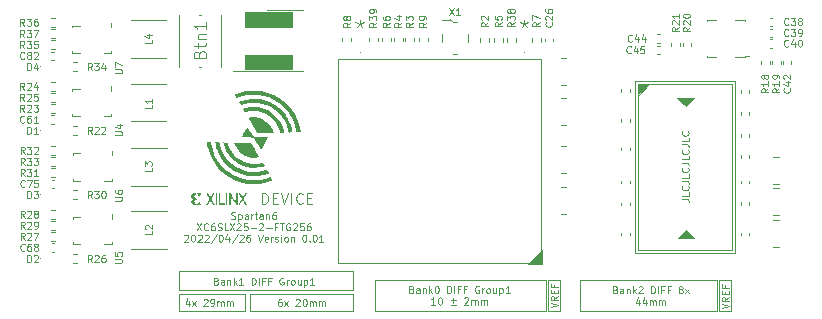
<source format=gbr>
%TF.GenerationSoftware,KiCad,Pcbnew,(6.0.0)*%
%TF.CreationDate,2022-04-26T21:12:20+08:00*%
%TF.ProjectId,XC6SLX25(FTG256)_CoreBoard,58433653-4c58-4323-9528-465447323536,rev?*%
%TF.SameCoordinates,Original*%
%TF.FileFunction,Legend,Top*%
%TF.FilePolarity,Positive*%
%FSLAX46Y46*%
G04 Gerber Fmt 4.6, Leading zero omitted, Abs format (unit mm)*
G04 Created by KiCad (PCBNEW (6.0.0)) date 2022-04-26 21:12:20*
%MOMM*%
%LPD*%
G01*
G04 APERTURE LIST*
%ADD10C,0.100000*%
%ADD11C,0.080000*%
G04 APERTURE END LIST*
D10*
X127195000Y-83305000D02*
X131225000Y-83305000D01*
X131225000Y-83305000D02*
X131225000Y-84505000D01*
X131225000Y-84505000D02*
X127195000Y-84505000D01*
X127195000Y-84505000D02*
X127195000Y-83305000D01*
G36*
X127195000Y-83305000D02*
G01*
X131225000Y-83305000D01*
X131225000Y-84505000D01*
X127195000Y-84505000D01*
X127195000Y-83305000D01*
G37*
D11*
X121600000Y-105000000D02*
X127225000Y-105000000D01*
X127225000Y-105000000D02*
X127225000Y-103595000D01*
X127225000Y-103595000D02*
X121600000Y-103595000D01*
X121600000Y-103595000D02*
X121600000Y-105000000D01*
D10*
X165262106Y-98846421D02*
X163847894Y-98846421D01*
X163847894Y-98846421D02*
X164555000Y-98139315D01*
X164555000Y-98139315D02*
X165262106Y-98846421D01*
G36*
X165262106Y-98846421D02*
G01*
X163847894Y-98846421D01*
X164555000Y-98139315D01*
X165262106Y-98846421D01*
G37*
X165262106Y-98846421D02*
X163847894Y-98846421D01*
X164555000Y-98139315D01*
X165262106Y-98846421D01*
D11*
X138200000Y-105000000D02*
X152700000Y-105000000D01*
X152700000Y-105000000D02*
X152700000Y-102400000D01*
X152700000Y-102400000D02*
X138200000Y-102400000D01*
X138200000Y-102400000D02*
X138200000Y-105000000D01*
X127625000Y-105000000D02*
X136400000Y-105000000D01*
X136400000Y-105000000D02*
X136400000Y-103600000D01*
X136400000Y-103600000D02*
X127625000Y-103600000D01*
X127625000Y-103600000D02*
X127625000Y-105000000D01*
X152900000Y-102400000D02*
X153900000Y-102400000D01*
X153900000Y-102400000D02*
X153900000Y-105000000D01*
X153900000Y-105000000D02*
X152900000Y-105000000D01*
X152900000Y-105000000D02*
X152900000Y-102400000D01*
D10*
X151175000Y-101030000D02*
X152375000Y-99830000D01*
X152375000Y-99830000D02*
X152375000Y-101030000D01*
X152375000Y-101030000D02*
X151175000Y-101030000D01*
G36*
X152375000Y-101030000D02*
G01*
X151175000Y-101030000D01*
X152375000Y-99830000D01*
X152375000Y-101030000D01*
G37*
X152375000Y-101030000D02*
X151175000Y-101030000D01*
X152375000Y-99830000D01*
X152375000Y-101030000D01*
D11*
X155575000Y-105000000D02*
X167200000Y-105000000D01*
X167200000Y-105000000D02*
X167200000Y-102400000D01*
X167200000Y-102400000D02*
X155575000Y-102400000D01*
X155575000Y-102400000D02*
X155575000Y-105000000D01*
X121600000Y-103200000D02*
X136400000Y-103200000D01*
X136400000Y-103200000D02*
X136400000Y-101600000D01*
X136400000Y-101600000D02*
X121600000Y-101600000D01*
X121600000Y-101600000D02*
X121600000Y-103200000D01*
D10*
X163817894Y-86953579D02*
X165232107Y-86953579D01*
X165232107Y-86953579D02*
X164525001Y-87660685D01*
X164525001Y-87660685D02*
X163817894Y-86953579D01*
G36*
X164525001Y-87660685D02*
G01*
X163817894Y-86953579D01*
X165232107Y-86953579D01*
X164525001Y-87660685D01*
G37*
X164525001Y-87660685D02*
X163817894Y-86953579D01*
X165232107Y-86953579D01*
X164525001Y-87660685D01*
D11*
X167400000Y-102400000D02*
X168400000Y-102400000D01*
X168400000Y-102400000D02*
X168400000Y-105000000D01*
X168400000Y-105000000D02*
X167400000Y-105000000D01*
X167400000Y-105000000D02*
X167400000Y-102400000D01*
D10*
X127195000Y-79725000D02*
X131225000Y-79725000D01*
X131225000Y-79725000D02*
X131225000Y-80925000D01*
X131225000Y-80925000D02*
X127195000Y-80925000D01*
X127195000Y-80925000D02*
X127195000Y-79725000D01*
G36*
X127195000Y-79725000D02*
G01*
X131225000Y-79725000D01*
X131225000Y-80925000D01*
X127195000Y-80925000D01*
X127195000Y-79725000D01*
G37*
X153111428Y-104708571D02*
X153711428Y-104508571D01*
X153111428Y-104308571D01*
X153711428Y-103765714D02*
X153425714Y-103965714D01*
X153711428Y-104108571D02*
X153111428Y-104108571D01*
X153111428Y-103880000D01*
X153140000Y-103822857D01*
X153168571Y-103794285D01*
X153225714Y-103765714D01*
X153311428Y-103765714D01*
X153368571Y-103794285D01*
X153397142Y-103822857D01*
X153425714Y-103880000D01*
X153425714Y-104108571D01*
X153397142Y-103508571D02*
X153397142Y-103308571D01*
X153711428Y-103222857D02*
X153711428Y-103508571D01*
X153111428Y-103508571D01*
X153111428Y-103222857D01*
X153397142Y-102765714D02*
X153397142Y-102965714D01*
X153711428Y-102965714D02*
X153111428Y-102965714D01*
X153111428Y-102680000D01*
D11*
X126075000Y-97181857D02*
X126160714Y-97210428D01*
X126303571Y-97210428D01*
X126360714Y-97181857D01*
X126389285Y-97153285D01*
X126417857Y-97096142D01*
X126417857Y-97039000D01*
X126389285Y-96981857D01*
X126360714Y-96953285D01*
X126303571Y-96924714D01*
X126189285Y-96896142D01*
X126132142Y-96867571D01*
X126103571Y-96839000D01*
X126075000Y-96781857D01*
X126075000Y-96724714D01*
X126103571Y-96667571D01*
X126132142Y-96639000D01*
X126189285Y-96610428D01*
X126332142Y-96610428D01*
X126417857Y-96639000D01*
X126675000Y-96810428D02*
X126675000Y-97410428D01*
X126675000Y-96839000D02*
X126732142Y-96810428D01*
X126846428Y-96810428D01*
X126903571Y-96839000D01*
X126932142Y-96867571D01*
X126960714Y-96924714D01*
X126960714Y-97096142D01*
X126932142Y-97153285D01*
X126903571Y-97181857D01*
X126846428Y-97210428D01*
X126732142Y-97210428D01*
X126675000Y-97181857D01*
X127475000Y-97210428D02*
X127475000Y-96896142D01*
X127446428Y-96839000D01*
X127389285Y-96810428D01*
X127275000Y-96810428D01*
X127217857Y-96839000D01*
X127475000Y-97181857D02*
X127417857Y-97210428D01*
X127275000Y-97210428D01*
X127217857Y-97181857D01*
X127189285Y-97124714D01*
X127189285Y-97067571D01*
X127217857Y-97010428D01*
X127275000Y-96981857D01*
X127417857Y-96981857D01*
X127475000Y-96953285D01*
X127760714Y-97210428D02*
X127760714Y-96810428D01*
X127760714Y-96924714D02*
X127789285Y-96867571D01*
X127817857Y-96839000D01*
X127875000Y-96810428D01*
X127932142Y-96810428D01*
X128046428Y-96810428D02*
X128275000Y-96810428D01*
X128132142Y-96610428D02*
X128132142Y-97124714D01*
X128160714Y-97181857D01*
X128217857Y-97210428D01*
X128275000Y-97210428D01*
X128732142Y-97210428D02*
X128732142Y-96896142D01*
X128703571Y-96839000D01*
X128646428Y-96810428D01*
X128532142Y-96810428D01*
X128475000Y-96839000D01*
X128732142Y-97181857D02*
X128675000Y-97210428D01*
X128532142Y-97210428D01*
X128475000Y-97181857D01*
X128446428Y-97124714D01*
X128446428Y-97067571D01*
X128475000Y-97010428D01*
X128532142Y-96981857D01*
X128675000Y-96981857D01*
X128732142Y-96953285D01*
X129017857Y-96810428D02*
X129017857Y-97210428D01*
X129017857Y-96867571D02*
X129046428Y-96839000D01*
X129103571Y-96810428D01*
X129189285Y-96810428D01*
X129246428Y-96839000D01*
X129275000Y-96896142D01*
X129275000Y-97210428D01*
X129817857Y-96610428D02*
X129703571Y-96610428D01*
X129646428Y-96639000D01*
X129617857Y-96667571D01*
X129560714Y-96753285D01*
X129532142Y-96867571D01*
X129532142Y-97096142D01*
X129560714Y-97153285D01*
X129589285Y-97181857D01*
X129646428Y-97210428D01*
X129760714Y-97210428D01*
X129817857Y-97181857D01*
X129846428Y-97153285D01*
X129875000Y-97096142D01*
X129875000Y-96953285D01*
X129846428Y-96896142D01*
X129817857Y-96867571D01*
X129760714Y-96839000D01*
X129646428Y-96839000D01*
X129589285Y-96867571D01*
X129560714Y-96896142D01*
X129532142Y-96953285D01*
X123132142Y-97576428D02*
X123532142Y-98176428D01*
X123532142Y-97576428D02*
X123132142Y-98176428D01*
X124103571Y-98119285D02*
X124075000Y-98147857D01*
X123989285Y-98176428D01*
X123932142Y-98176428D01*
X123846428Y-98147857D01*
X123789285Y-98090714D01*
X123760714Y-98033571D01*
X123732142Y-97919285D01*
X123732142Y-97833571D01*
X123760714Y-97719285D01*
X123789285Y-97662142D01*
X123846428Y-97605000D01*
X123932142Y-97576428D01*
X123989285Y-97576428D01*
X124075000Y-97605000D01*
X124103571Y-97633571D01*
X124617857Y-97576428D02*
X124503571Y-97576428D01*
X124446428Y-97605000D01*
X124417857Y-97633571D01*
X124360714Y-97719285D01*
X124332142Y-97833571D01*
X124332142Y-98062142D01*
X124360714Y-98119285D01*
X124389285Y-98147857D01*
X124446428Y-98176428D01*
X124560714Y-98176428D01*
X124617857Y-98147857D01*
X124646428Y-98119285D01*
X124675000Y-98062142D01*
X124675000Y-97919285D01*
X124646428Y-97862142D01*
X124617857Y-97833571D01*
X124560714Y-97805000D01*
X124446428Y-97805000D01*
X124389285Y-97833571D01*
X124360714Y-97862142D01*
X124332142Y-97919285D01*
X124903571Y-98147857D02*
X124989285Y-98176428D01*
X125132142Y-98176428D01*
X125189285Y-98147857D01*
X125217857Y-98119285D01*
X125246428Y-98062142D01*
X125246428Y-98005000D01*
X125217857Y-97947857D01*
X125189285Y-97919285D01*
X125132142Y-97890714D01*
X125017857Y-97862142D01*
X124960714Y-97833571D01*
X124932142Y-97805000D01*
X124903571Y-97747857D01*
X124903571Y-97690714D01*
X124932142Y-97633571D01*
X124960714Y-97605000D01*
X125017857Y-97576428D01*
X125160714Y-97576428D01*
X125246428Y-97605000D01*
X125789285Y-98176428D02*
X125503571Y-98176428D01*
X125503571Y-97576428D01*
X125932142Y-97576428D02*
X126332142Y-98176428D01*
X126332142Y-97576428D02*
X125932142Y-98176428D01*
X126532142Y-97633571D02*
X126560714Y-97605000D01*
X126617857Y-97576428D01*
X126760714Y-97576428D01*
X126817857Y-97605000D01*
X126846428Y-97633571D01*
X126875000Y-97690714D01*
X126875000Y-97747857D01*
X126846428Y-97833571D01*
X126503571Y-98176428D01*
X126875000Y-98176428D01*
X127417857Y-97576428D02*
X127132142Y-97576428D01*
X127103571Y-97862142D01*
X127132142Y-97833571D01*
X127189285Y-97805000D01*
X127332142Y-97805000D01*
X127389285Y-97833571D01*
X127417857Y-97862142D01*
X127446428Y-97919285D01*
X127446428Y-98062142D01*
X127417857Y-98119285D01*
X127389285Y-98147857D01*
X127332142Y-98176428D01*
X127189285Y-98176428D01*
X127132142Y-98147857D01*
X127103571Y-98119285D01*
X127703571Y-97947857D02*
X128160714Y-97947857D01*
X128417857Y-97633571D02*
X128446428Y-97605000D01*
X128503571Y-97576428D01*
X128646428Y-97576428D01*
X128703571Y-97605000D01*
X128732142Y-97633571D01*
X128760714Y-97690714D01*
X128760714Y-97747857D01*
X128732142Y-97833571D01*
X128389285Y-98176428D01*
X128760714Y-98176428D01*
X129017857Y-97947857D02*
X129475000Y-97947857D01*
X129960714Y-97862142D02*
X129760714Y-97862142D01*
X129760714Y-98176428D02*
X129760714Y-97576428D01*
X130046428Y-97576428D01*
X130189285Y-97576428D02*
X130532142Y-97576428D01*
X130360714Y-98176428D02*
X130360714Y-97576428D01*
X131046428Y-97605000D02*
X130989285Y-97576428D01*
X130903571Y-97576428D01*
X130817857Y-97605000D01*
X130760714Y-97662142D01*
X130732142Y-97719285D01*
X130703571Y-97833571D01*
X130703571Y-97919285D01*
X130732142Y-98033571D01*
X130760714Y-98090714D01*
X130817857Y-98147857D01*
X130903571Y-98176428D01*
X130960714Y-98176428D01*
X131046428Y-98147857D01*
X131075000Y-98119285D01*
X131075000Y-97919285D01*
X130960714Y-97919285D01*
X131303571Y-97633571D02*
X131332142Y-97605000D01*
X131389285Y-97576428D01*
X131532142Y-97576428D01*
X131589285Y-97605000D01*
X131617857Y-97633571D01*
X131646428Y-97690714D01*
X131646428Y-97747857D01*
X131617857Y-97833571D01*
X131275000Y-98176428D01*
X131646428Y-98176428D01*
X132189285Y-97576428D02*
X131903571Y-97576428D01*
X131875000Y-97862142D01*
X131903571Y-97833571D01*
X131960714Y-97805000D01*
X132103571Y-97805000D01*
X132160714Y-97833571D01*
X132189285Y-97862142D01*
X132217857Y-97919285D01*
X132217857Y-98062142D01*
X132189285Y-98119285D01*
X132160714Y-98147857D01*
X132103571Y-98176428D01*
X131960714Y-98176428D01*
X131903571Y-98147857D01*
X131875000Y-98119285D01*
X132732142Y-97576428D02*
X132617857Y-97576428D01*
X132560714Y-97605000D01*
X132532142Y-97633571D01*
X132475000Y-97719285D01*
X132446428Y-97833571D01*
X132446428Y-98062142D01*
X132475000Y-98119285D01*
X132503571Y-98147857D01*
X132560714Y-98176428D01*
X132675000Y-98176428D01*
X132732142Y-98147857D01*
X132760714Y-98119285D01*
X132789285Y-98062142D01*
X132789285Y-97919285D01*
X132760714Y-97862142D01*
X132732142Y-97833571D01*
X132675000Y-97805000D01*
X132560714Y-97805000D01*
X132503571Y-97833571D01*
X132475000Y-97862142D01*
X132446428Y-97919285D01*
X122089285Y-98599571D02*
X122117857Y-98571000D01*
X122175000Y-98542428D01*
X122317857Y-98542428D01*
X122375000Y-98571000D01*
X122403571Y-98599571D01*
X122432142Y-98656714D01*
X122432142Y-98713857D01*
X122403571Y-98799571D01*
X122060714Y-99142428D01*
X122432142Y-99142428D01*
X122803571Y-98542428D02*
X122860714Y-98542428D01*
X122917857Y-98571000D01*
X122946428Y-98599571D01*
X122975000Y-98656714D01*
X123003571Y-98771000D01*
X123003571Y-98913857D01*
X122975000Y-99028142D01*
X122946428Y-99085285D01*
X122917857Y-99113857D01*
X122860714Y-99142428D01*
X122803571Y-99142428D01*
X122746428Y-99113857D01*
X122717857Y-99085285D01*
X122689285Y-99028142D01*
X122660714Y-98913857D01*
X122660714Y-98771000D01*
X122689285Y-98656714D01*
X122717857Y-98599571D01*
X122746428Y-98571000D01*
X122803571Y-98542428D01*
X123232142Y-98599571D02*
X123260714Y-98571000D01*
X123317857Y-98542428D01*
X123460714Y-98542428D01*
X123517857Y-98571000D01*
X123546428Y-98599571D01*
X123575000Y-98656714D01*
X123575000Y-98713857D01*
X123546428Y-98799571D01*
X123203571Y-99142428D01*
X123575000Y-99142428D01*
X123803571Y-98599571D02*
X123832142Y-98571000D01*
X123889285Y-98542428D01*
X124032142Y-98542428D01*
X124089285Y-98571000D01*
X124117857Y-98599571D01*
X124146428Y-98656714D01*
X124146428Y-98713857D01*
X124117857Y-98799571D01*
X123775000Y-99142428D01*
X124146428Y-99142428D01*
X124832142Y-98513857D02*
X124317857Y-99285285D01*
X125146428Y-98542428D02*
X125203571Y-98542428D01*
X125260714Y-98571000D01*
X125289285Y-98599571D01*
X125317857Y-98656714D01*
X125346428Y-98771000D01*
X125346428Y-98913857D01*
X125317857Y-99028142D01*
X125289285Y-99085285D01*
X125260714Y-99113857D01*
X125203571Y-99142428D01*
X125146428Y-99142428D01*
X125089285Y-99113857D01*
X125060714Y-99085285D01*
X125032142Y-99028142D01*
X125003571Y-98913857D01*
X125003571Y-98771000D01*
X125032142Y-98656714D01*
X125060714Y-98599571D01*
X125089285Y-98571000D01*
X125146428Y-98542428D01*
X125860714Y-98742428D02*
X125860714Y-99142428D01*
X125717857Y-98513857D02*
X125575000Y-98942428D01*
X125946428Y-98942428D01*
X126603571Y-98513857D02*
X126089285Y-99285285D01*
X126775000Y-98599571D02*
X126803571Y-98571000D01*
X126860714Y-98542428D01*
X127003571Y-98542428D01*
X127060714Y-98571000D01*
X127089285Y-98599571D01*
X127117857Y-98656714D01*
X127117857Y-98713857D01*
X127089285Y-98799571D01*
X126746428Y-99142428D01*
X127117857Y-99142428D01*
X127632142Y-98542428D02*
X127517857Y-98542428D01*
X127460714Y-98571000D01*
X127432142Y-98599571D01*
X127375000Y-98685285D01*
X127346428Y-98799571D01*
X127346428Y-99028142D01*
X127375000Y-99085285D01*
X127403571Y-99113857D01*
X127460714Y-99142428D01*
X127575000Y-99142428D01*
X127632142Y-99113857D01*
X127660714Y-99085285D01*
X127689285Y-99028142D01*
X127689285Y-98885285D01*
X127660714Y-98828142D01*
X127632142Y-98799571D01*
X127575000Y-98771000D01*
X127460714Y-98771000D01*
X127403571Y-98799571D01*
X127375000Y-98828142D01*
X127346428Y-98885285D01*
X128317857Y-98542428D02*
X128517857Y-99142428D01*
X128717857Y-98542428D01*
X129146428Y-99113857D02*
X129089285Y-99142428D01*
X128975000Y-99142428D01*
X128917857Y-99113857D01*
X128889285Y-99056714D01*
X128889285Y-98828142D01*
X128917857Y-98771000D01*
X128975000Y-98742428D01*
X129089285Y-98742428D01*
X129146428Y-98771000D01*
X129175000Y-98828142D01*
X129175000Y-98885285D01*
X128889285Y-98942428D01*
X129432142Y-99142428D02*
X129432142Y-98742428D01*
X129432142Y-98856714D02*
X129460714Y-98799571D01*
X129489285Y-98771000D01*
X129546428Y-98742428D01*
X129603571Y-98742428D01*
X129775000Y-99113857D02*
X129832142Y-99142428D01*
X129946428Y-99142428D01*
X130003571Y-99113857D01*
X130032142Y-99056714D01*
X130032142Y-99028142D01*
X130003571Y-98971000D01*
X129946428Y-98942428D01*
X129860714Y-98942428D01*
X129803571Y-98913857D01*
X129775000Y-98856714D01*
X129775000Y-98828142D01*
X129803571Y-98771000D01*
X129860714Y-98742428D01*
X129946428Y-98742428D01*
X130003571Y-98771000D01*
X130289285Y-99142428D02*
X130289285Y-98742428D01*
X130289285Y-98542428D02*
X130260714Y-98571000D01*
X130289285Y-98599571D01*
X130317857Y-98571000D01*
X130289285Y-98542428D01*
X130289285Y-98599571D01*
X130660714Y-99142428D02*
X130603571Y-99113857D01*
X130575000Y-99085285D01*
X130546428Y-99028142D01*
X130546428Y-98856714D01*
X130575000Y-98799571D01*
X130603571Y-98771000D01*
X130660714Y-98742428D01*
X130746428Y-98742428D01*
X130803571Y-98771000D01*
X130832142Y-98799571D01*
X130860714Y-98856714D01*
X130860714Y-99028142D01*
X130832142Y-99085285D01*
X130803571Y-99113857D01*
X130746428Y-99142428D01*
X130660714Y-99142428D01*
X131117857Y-98742428D02*
X131117857Y-99142428D01*
X131117857Y-98799571D02*
X131146428Y-98771000D01*
X131203571Y-98742428D01*
X131289285Y-98742428D01*
X131346428Y-98771000D01*
X131375000Y-98828142D01*
X131375000Y-99142428D01*
X132232142Y-98542428D02*
X132289285Y-98542428D01*
X132346428Y-98571000D01*
X132375000Y-98599571D01*
X132403571Y-98656714D01*
X132432142Y-98771000D01*
X132432142Y-98913857D01*
X132403571Y-99028142D01*
X132375000Y-99085285D01*
X132346428Y-99113857D01*
X132289285Y-99142428D01*
X132232142Y-99142428D01*
X132175000Y-99113857D01*
X132146428Y-99085285D01*
X132117857Y-99028142D01*
X132089285Y-98913857D01*
X132089285Y-98771000D01*
X132117857Y-98656714D01*
X132146428Y-98599571D01*
X132175000Y-98571000D01*
X132232142Y-98542428D01*
X132689285Y-99085285D02*
X132717857Y-99113857D01*
X132689285Y-99142428D01*
X132660714Y-99113857D01*
X132689285Y-99085285D01*
X132689285Y-99142428D01*
X133089285Y-98542428D02*
X133146428Y-98542428D01*
X133203571Y-98571000D01*
X133232142Y-98599571D01*
X133260714Y-98656714D01*
X133289285Y-98771000D01*
X133289285Y-98913857D01*
X133260714Y-99028142D01*
X133232142Y-99085285D01*
X133203571Y-99113857D01*
X133146428Y-99142428D01*
X133089285Y-99142428D01*
X133032142Y-99113857D01*
X133003571Y-99085285D01*
X132975000Y-99028142D01*
X132946428Y-98913857D01*
X132946428Y-98771000D01*
X132975000Y-98656714D01*
X133003571Y-98599571D01*
X133032142Y-98571000D01*
X133089285Y-98542428D01*
X133860714Y-99142428D02*
X133517857Y-99142428D01*
X133689285Y-99142428D02*
X133689285Y-98542428D01*
X133632142Y-98628142D01*
X133575000Y-98685285D01*
X133517857Y-98713857D01*
X150855000Y-80343571D02*
X150855000Y-80700714D01*
X150497857Y-80557857D02*
X150855000Y-80700714D01*
X151212142Y-80557857D01*
X150640714Y-80986428D02*
X150855000Y-80700714D01*
X151069285Y-80986428D01*
D10*
X167591428Y-104778571D02*
X168191428Y-104578571D01*
X167591428Y-104378571D01*
X168191428Y-103835714D02*
X167905714Y-104035714D01*
X168191428Y-104178571D02*
X167591428Y-104178571D01*
X167591428Y-103950000D01*
X167620000Y-103892857D01*
X167648571Y-103864285D01*
X167705714Y-103835714D01*
X167791428Y-103835714D01*
X167848571Y-103864285D01*
X167877142Y-103892857D01*
X167905714Y-103950000D01*
X167905714Y-104178571D01*
X167877142Y-103578571D02*
X167877142Y-103378571D01*
X168191428Y-103292857D02*
X168191428Y-103578571D01*
X167591428Y-103578571D01*
X167591428Y-103292857D01*
X167877142Y-102835714D02*
X167877142Y-103035714D01*
X168191428Y-103035714D02*
X167591428Y-103035714D01*
X167591428Y-102750000D01*
D11*
X164196428Y-95536428D02*
X164625000Y-95536428D01*
X164710714Y-95565000D01*
X164767857Y-95622142D01*
X164796428Y-95707857D01*
X164796428Y-95765000D01*
X164796428Y-94965000D02*
X164796428Y-95250714D01*
X164196428Y-95250714D01*
X164739285Y-94422142D02*
X164767857Y-94450714D01*
X164796428Y-94536428D01*
X164796428Y-94593571D01*
X164767857Y-94679285D01*
X164710714Y-94736428D01*
X164653571Y-94765000D01*
X164539285Y-94793571D01*
X164453571Y-94793571D01*
X164339285Y-94765000D01*
X164282142Y-94736428D01*
X164225000Y-94679285D01*
X164196428Y-94593571D01*
X164196428Y-94536428D01*
X164225000Y-94450714D01*
X164253571Y-94422142D01*
X164196428Y-93993571D02*
X164625000Y-93993571D01*
X164710714Y-94022142D01*
X164767857Y-94079285D01*
X164796428Y-94165000D01*
X164796428Y-94222142D01*
X164796428Y-93422142D02*
X164796428Y-93707857D01*
X164196428Y-93707857D01*
X164739285Y-92879285D02*
X164767857Y-92907857D01*
X164796428Y-92993571D01*
X164796428Y-93050714D01*
X164767857Y-93136428D01*
X164710714Y-93193571D01*
X164653571Y-93222142D01*
X164539285Y-93250714D01*
X164453571Y-93250714D01*
X164339285Y-93222142D01*
X164282142Y-93193571D01*
X164225000Y-93136428D01*
X164196428Y-93050714D01*
X164196428Y-92993571D01*
X164225000Y-92907857D01*
X164253571Y-92879285D01*
X164196428Y-92450714D02*
X164625000Y-92450714D01*
X164710714Y-92479285D01*
X164767857Y-92536428D01*
X164796428Y-92622142D01*
X164796428Y-92679285D01*
X164796428Y-91879285D02*
X164796428Y-92165000D01*
X164196428Y-92165000D01*
X164739285Y-91336428D02*
X164767857Y-91365000D01*
X164796428Y-91450714D01*
X164796428Y-91507857D01*
X164767857Y-91593571D01*
X164710714Y-91650714D01*
X164653571Y-91679285D01*
X164539285Y-91707857D01*
X164453571Y-91707857D01*
X164339285Y-91679285D01*
X164282142Y-91650714D01*
X164225000Y-91593571D01*
X164196428Y-91507857D01*
X164196428Y-91450714D01*
X164225000Y-91365000D01*
X164253571Y-91336428D01*
X164196428Y-90907857D02*
X164625000Y-90907857D01*
X164710714Y-90936428D01*
X164767857Y-90993571D01*
X164796428Y-91079285D01*
X164796428Y-91136428D01*
X164796428Y-90336428D02*
X164796428Y-90622142D01*
X164196428Y-90622142D01*
X164739285Y-89793571D02*
X164767857Y-89822142D01*
X164796428Y-89907857D01*
X164796428Y-89965000D01*
X164767857Y-90050714D01*
X164710714Y-90107857D01*
X164653571Y-90136428D01*
X164539285Y-90165000D01*
X164453571Y-90165000D01*
X164339285Y-90136428D01*
X164282142Y-90107857D01*
X164225000Y-90050714D01*
X164196428Y-89965000D01*
X164196428Y-89907857D01*
X164225000Y-89822142D01*
X164253571Y-89793571D01*
X130296428Y-103976428D02*
X130182142Y-103976428D01*
X130125000Y-104005000D01*
X130096428Y-104033571D01*
X130039285Y-104119285D01*
X130010714Y-104233571D01*
X130010714Y-104462142D01*
X130039285Y-104519285D01*
X130067857Y-104547857D01*
X130125000Y-104576428D01*
X130239285Y-104576428D01*
X130296428Y-104547857D01*
X130325000Y-104519285D01*
X130353571Y-104462142D01*
X130353571Y-104319285D01*
X130325000Y-104262142D01*
X130296428Y-104233571D01*
X130239285Y-104205000D01*
X130125000Y-104205000D01*
X130067857Y-104233571D01*
X130039285Y-104262142D01*
X130010714Y-104319285D01*
X130553571Y-104576428D02*
X130867857Y-104176428D01*
X130553571Y-104176428D02*
X130867857Y-104576428D01*
X131525000Y-104033571D02*
X131553571Y-104005000D01*
X131610714Y-103976428D01*
X131753571Y-103976428D01*
X131810714Y-104005000D01*
X131839285Y-104033571D01*
X131867857Y-104090714D01*
X131867857Y-104147857D01*
X131839285Y-104233571D01*
X131496428Y-104576428D01*
X131867857Y-104576428D01*
X132239285Y-103976428D02*
X132296428Y-103976428D01*
X132353571Y-104005000D01*
X132382142Y-104033571D01*
X132410714Y-104090714D01*
X132439285Y-104205000D01*
X132439285Y-104347857D01*
X132410714Y-104462142D01*
X132382142Y-104519285D01*
X132353571Y-104547857D01*
X132296428Y-104576428D01*
X132239285Y-104576428D01*
X132182142Y-104547857D01*
X132153571Y-104519285D01*
X132125000Y-104462142D01*
X132096428Y-104347857D01*
X132096428Y-104205000D01*
X132125000Y-104090714D01*
X132153571Y-104033571D01*
X132182142Y-104005000D01*
X132239285Y-103976428D01*
X132696428Y-104576428D02*
X132696428Y-104176428D01*
X132696428Y-104233571D02*
X132725000Y-104205000D01*
X132782142Y-104176428D01*
X132867857Y-104176428D01*
X132925000Y-104205000D01*
X132953571Y-104262142D01*
X132953571Y-104576428D01*
X132953571Y-104262142D02*
X132982142Y-104205000D01*
X133039285Y-104176428D01*
X133125000Y-104176428D01*
X133182142Y-104205000D01*
X133210714Y-104262142D01*
X133210714Y-104576428D01*
X133496428Y-104576428D02*
X133496428Y-104176428D01*
X133496428Y-104233571D02*
X133525000Y-104205000D01*
X133582142Y-104176428D01*
X133667857Y-104176428D01*
X133725000Y-104205000D01*
X133753571Y-104262142D01*
X133753571Y-104576428D01*
X133753571Y-104262142D02*
X133782142Y-104205000D01*
X133839285Y-104176428D01*
X133925000Y-104176428D01*
X133982142Y-104205000D01*
X134010714Y-104262142D01*
X134010714Y-104576428D01*
D10*
X128675000Y-95928090D02*
X128675000Y-95028090D01*
X128889285Y-95028090D01*
X129017857Y-95070948D01*
X129103571Y-95156662D01*
X129146428Y-95242376D01*
X129189285Y-95413805D01*
X129189285Y-95542376D01*
X129146428Y-95713805D01*
X129103571Y-95799519D01*
X129017857Y-95885233D01*
X128889285Y-95928090D01*
X128675000Y-95928090D01*
X129575000Y-95456662D02*
X129875000Y-95456662D01*
X130003571Y-95928090D02*
X129575000Y-95928090D01*
X129575000Y-95028090D01*
X130003571Y-95028090D01*
X130260714Y-95028090D02*
X130560714Y-95928090D01*
X130860714Y-95028090D01*
X131160714Y-95928090D02*
X131160714Y-95028090D01*
X132103571Y-95842376D02*
X132060714Y-95885233D01*
X131932142Y-95928090D01*
X131846428Y-95928090D01*
X131717857Y-95885233D01*
X131632142Y-95799519D01*
X131589285Y-95713805D01*
X131546428Y-95542376D01*
X131546428Y-95413805D01*
X131589285Y-95242376D01*
X131632142Y-95156662D01*
X131717857Y-95070948D01*
X131846428Y-95028090D01*
X131932142Y-95028090D01*
X132060714Y-95070948D01*
X132103571Y-95113805D01*
X132489285Y-95456662D02*
X132789285Y-95456662D01*
X132917857Y-95928090D02*
X132489285Y-95928090D01*
X132489285Y-95028090D01*
X132917857Y-95028090D01*
D11*
X136935000Y-80333571D02*
X136935000Y-80690714D01*
X136577857Y-80547857D02*
X136935000Y-80690714D01*
X137292142Y-80547857D01*
X136720714Y-80976428D02*
X136935000Y-80690714D01*
X137149285Y-80976428D01*
X158603571Y-103209142D02*
X158689285Y-103237714D01*
X158717857Y-103266285D01*
X158746428Y-103323428D01*
X158746428Y-103409142D01*
X158717857Y-103466285D01*
X158689285Y-103494857D01*
X158632142Y-103523428D01*
X158403571Y-103523428D01*
X158403571Y-102923428D01*
X158603571Y-102923428D01*
X158660714Y-102952000D01*
X158689285Y-102980571D01*
X158717857Y-103037714D01*
X158717857Y-103094857D01*
X158689285Y-103152000D01*
X158660714Y-103180571D01*
X158603571Y-103209142D01*
X158403571Y-103209142D01*
X159260714Y-103523428D02*
X159260714Y-103209142D01*
X159232142Y-103152000D01*
X159175000Y-103123428D01*
X159060714Y-103123428D01*
X159003571Y-103152000D01*
X159260714Y-103494857D02*
X159203571Y-103523428D01*
X159060714Y-103523428D01*
X159003571Y-103494857D01*
X158975000Y-103437714D01*
X158975000Y-103380571D01*
X159003571Y-103323428D01*
X159060714Y-103294857D01*
X159203571Y-103294857D01*
X159260714Y-103266285D01*
X159546428Y-103123428D02*
X159546428Y-103523428D01*
X159546428Y-103180571D02*
X159575000Y-103152000D01*
X159632142Y-103123428D01*
X159717857Y-103123428D01*
X159775000Y-103152000D01*
X159803571Y-103209142D01*
X159803571Y-103523428D01*
X160089285Y-103523428D02*
X160089285Y-102923428D01*
X160146428Y-103294857D02*
X160317857Y-103523428D01*
X160317857Y-103123428D02*
X160089285Y-103352000D01*
X160546428Y-102980571D02*
X160575000Y-102952000D01*
X160632142Y-102923428D01*
X160775000Y-102923428D01*
X160832142Y-102952000D01*
X160860714Y-102980571D01*
X160889285Y-103037714D01*
X160889285Y-103094857D01*
X160860714Y-103180571D01*
X160517857Y-103523428D01*
X160889285Y-103523428D01*
X161603571Y-103523428D02*
X161603571Y-102923428D01*
X161746428Y-102923428D01*
X161832142Y-102952000D01*
X161889285Y-103009142D01*
X161917857Y-103066285D01*
X161946428Y-103180571D01*
X161946428Y-103266285D01*
X161917857Y-103380571D01*
X161889285Y-103437714D01*
X161832142Y-103494857D01*
X161746428Y-103523428D01*
X161603571Y-103523428D01*
X162203571Y-103523428D02*
X162203571Y-102923428D01*
X162689285Y-103209142D02*
X162489285Y-103209142D01*
X162489285Y-103523428D02*
X162489285Y-102923428D01*
X162775000Y-102923428D01*
X163203571Y-103209142D02*
X163003571Y-103209142D01*
X163003571Y-103523428D02*
X163003571Y-102923428D01*
X163289285Y-102923428D01*
X164060714Y-103180571D02*
X164003571Y-103152000D01*
X163975000Y-103123428D01*
X163946428Y-103066285D01*
X163946428Y-103037714D01*
X163975000Y-102980571D01*
X164003571Y-102952000D01*
X164060714Y-102923428D01*
X164175000Y-102923428D01*
X164232142Y-102952000D01*
X164260714Y-102980571D01*
X164289285Y-103037714D01*
X164289285Y-103066285D01*
X164260714Y-103123428D01*
X164232142Y-103152000D01*
X164175000Y-103180571D01*
X164060714Y-103180571D01*
X164003571Y-103209142D01*
X163975000Y-103237714D01*
X163946428Y-103294857D01*
X163946428Y-103409142D01*
X163975000Y-103466285D01*
X164003571Y-103494857D01*
X164060714Y-103523428D01*
X164175000Y-103523428D01*
X164232142Y-103494857D01*
X164260714Y-103466285D01*
X164289285Y-103409142D01*
X164289285Y-103294857D01*
X164260714Y-103237714D01*
X164232142Y-103209142D01*
X164175000Y-103180571D01*
X164489285Y-103523428D02*
X164803571Y-103123428D01*
X164489285Y-103123428D02*
X164803571Y-103523428D01*
X160603571Y-104089428D02*
X160603571Y-104489428D01*
X160460714Y-103860857D02*
X160317857Y-104289428D01*
X160689285Y-104289428D01*
X161175000Y-104089428D02*
X161175000Y-104489428D01*
X161032142Y-103860857D02*
X160889285Y-104289428D01*
X161260714Y-104289428D01*
X161489285Y-104489428D02*
X161489285Y-104089428D01*
X161489285Y-104146571D02*
X161517857Y-104118000D01*
X161575000Y-104089428D01*
X161660714Y-104089428D01*
X161717857Y-104118000D01*
X161746428Y-104175142D01*
X161746428Y-104489428D01*
X161746428Y-104175142D02*
X161775000Y-104118000D01*
X161832142Y-104089428D01*
X161917857Y-104089428D01*
X161975000Y-104118000D01*
X162003571Y-104175142D01*
X162003571Y-104489428D01*
X162289285Y-104489428D02*
X162289285Y-104089428D01*
X162289285Y-104146571D02*
X162317857Y-104118000D01*
X162375000Y-104089428D01*
X162460714Y-104089428D01*
X162517857Y-104118000D01*
X162546428Y-104175142D01*
X162546428Y-104489428D01*
X162546428Y-104175142D02*
X162575000Y-104118000D01*
X162632142Y-104089428D01*
X162717857Y-104089428D01*
X162775000Y-104118000D01*
X162803571Y-104175142D01*
X162803571Y-104489428D01*
X124796428Y-102462142D02*
X124882142Y-102490714D01*
X124910714Y-102519285D01*
X124939285Y-102576428D01*
X124939285Y-102662142D01*
X124910714Y-102719285D01*
X124882142Y-102747857D01*
X124825000Y-102776428D01*
X124596428Y-102776428D01*
X124596428Y-102176428D01*
X124796428Y-102176428D01*
X124853571Y-102205000D01*
X124882142Y-102233571D01*
X124910714Y-102290714D01*
X124910714Y-102347857D01*
X124882142Y-102405000D01*
X124853571Y-102433571D01*
X124796428Y-102462142D01*
X124596428Y-102462142D01*
X125453571Y-102776428D02*
X125453571Y-102462142D01*
X125425000Y-102405000D01*
X125367857Y-102376428D01*
X125253571Y-102376428D01*
X125196428Y-102405000D01*
X125453571Y-102747857D02*
X125396428Y-102776428D01*
X125253571Y-102776428D01*
X125196428Y-102747857D01*
X125167857Y-102690714D01*
X125167857Y-102633571D01*
X125196428Y-102576428D01*
X125253571Y-102547857D01*
X125396428Y-102547857D01*
X125453571Y-102519285D01*
X125739285Y-102376428D02*
X125739285Y-102776428D01*
X125739285Y-102433571D02*
X125767857Y-102405000D01*
X125825000Y-102376428D01*
X125910714Y-102376428D01*
X125967857Y-102405000D01*
X125996428Y-102462142D01*
X125996428Y-102776428D01*
X126282142Y-102776428D02*
X126282142Y-102176428D01*
X126339285Y-102547857D02*
X126510714Y-102776428D01*
X126510714Y-102376428D02*
X126282142Y-102605000D01*
X127082142Y-102776428D02*
X126739285Y-102776428D01*
X126910714Y-102776428D02*
X126910714Y-102176428D01*
X126853571Y-102262142D01*
X126796428Y-102319285D01*
X126739285Y-102347857D01*
X127796428Y-102776428D02*
X127796428Y-102176428D01*
X127939285Y-102176428D01*
X128025000Y-102205000D01*
X128082142Y-102262142D01*
X128110714Y-102319285D01*
X128139285Y-102433571D01*
X128139285Y-102519285D01*
X128110714Y-102633571D01*
X128082142Y-102690714D01*
X128025000Y-102747857D01*
X127939285Y-102776428D01*
X127796428Y-102776428D01*
X128396428Y-102776428D02*
X128396428Y-102176428D01*
X128882142Y-102462142D02*
X128682142Y-102462142D01*
X128682142Y-102776428D02*
X128682142Y-102176428D01*
X128967857Y-102176428D01*
X129396428Y-102462142D02*
X129196428Y-102462142D01*
X129196428Y-102776428D02*
X129196428Y-102176428D01*
X129482142Y-102176428D01*
X130482142Y-102205000D02*
X130425000Y-102176428D01*
X130339285Y-102176428D01*
X130253571Y-102205000D01*
X130196428Y-102262142D01*
X130167857Y-102319285D01*
X130139285Y-102433571D01*
X130139285Y-102519285D01*
X130167857Y-102633571D01*
X130196428Y-102690714D01*
X130253571Y-102747857D01*
X130339285Y-102776428D01*
X130396428Y-102776428D01*
X130482142Y-102747857D01*
X130510714Y-102719285D01*
X130510714Y-102519285D01*
X130396428Y-102519285D01*
X130767857Y-102776428D02*
X130767857Y-102376428D01*
X130767857Y-102490714D02*
X130796428Y-102433571D01*
X130825000Y-102405000D01*
X130882142Y-102376428D01*
X130939285Y-102376428D01*
X131225000Y-102776428D02*
X131167857Y-102747857D01*
X131139285Y-102719285D01*
X131110714Y-102662142D01*
X131110714Y-102490714D01*
X131139285Y-102433571D01*
X131167857Y-102405000D01*
X131225000Y-102376428D01*
X131310714Y-102376428D01*
X131367857Y-102405000D01*
X131396428Y-102433571D01*
X131425000Y-102490714D01*
X131425000Y-102662142D01*
X131396428Y-102719285D01*
X131367857Y-102747857D01*
X131310714Y-102776428D01*
X131225000Y-102776428D01*
X131939285Y-102376428D02*
X131939285Y-102776428D01*
X131682142Y-102376428D02*
X131682142Y-102690714D01*
X131710714Y-102747857D01*
X131767857Y-102776428D01*
X131853571Y-102776428D01*
X131910714Y-102747857D01*
X131939285Y-102719285D01*
X132225000Y-102376428D02*
X132225000Y-102976428D01*
X132225000Y-102405000D02*
X132282142Y-102376428D01*
X132396428Y-102376428D01*
X132453571Y-102405000D01*
X132482142Y-102433571D01*
X132510714Y-102490714D01*
X132510714Y-102662142D01*
X132482142Y-102719285D01*
X132453571Y-102747857D01*
X132396428Y-102776428D01*
X132282142Y-102776428D01*
X132225000Y-102747857D01*
X133082142Y-102776428D02*
X132739285Y-102776428D01*
X132910714Y-102776428D02*
X132910714Y-102176428D01*
X132853571Y-102262142D01*
X132796428Y-102319285D01*
X132739285Y-102347857D01*
X141346428Y-103179142D02*
X141432142Y-103207714D01*
X141460714Y-103236285D01*
X141489285Y-103293428D01*
X141489285Y-103379142D01*
X141460714Y-103436285D01*
X141432142Y-103464857D01*
X141375000Y-103493428D01*
X141146428Y-103493428D01*
X141146428Y-102893428D01*
X141346428Y-102893428D01*
X141403571Y-102922000D01*
X141432142Y-102950571D01*
X141460714Y-103007714D01*
X141460714Y-103064857D01*
X141432142Y-103122000D01*
X141403571Y-103150571D01*
X141346428Y-103179142D01*
X141146428Y-103179142D01*
X142003571Y-103493428D02*
X142003571Y-103179142D01*
X141975000Y-103122000D01*
X141917857Y-103093428D01*
X141803571Y-103093428D01*
X141746428Y-103122000D01*
X142003571Y-103464857D02*
X141946428Y-103493428D01*
X141803571Y-103493428D01*
X141746428Y-103464857D01*
X141717857Y-103407714D01*
X141717857Y-103350571D01*
X141746428Y-103293428D01*
X141803571Y-103264857D01*
X141946428Y-103264857D01*
X142003571Y-103236285D01*
X142289285Y-103093428D02*
X142289285Y-103493428D01*
X142289285Y-103150571D02*
X142317857Y-103122000D01*
X142375000Y-103093428D01*
X142460714Y-103093428D01*
X142517857Y-103122000D01*
X142546428Y-103179142D01*
X142546428Y-103493428D01*
X142832142Y-103493428D02*
X142832142Y-102893428D01*
X142889285Y-103264857D02*
X143060714Y-103493428D01*
X143060714Y-103093428D02*
X142832142Y-103322000D01*
X143432142Y-102893428D02*
X143489285Y-102893428D01*
X143546428Y-102922000D01*
X143575000Y-102950571D01*
X143603571Y-103007714D01*
X143632142Y-103122000D01*
X143632142Y-103264857D01*
X143603571Y-103379142D01*
X143575000Y-103436285D01*
X143546428Y-103464857D01*
X143489285Y-103493428D01*
X143432142Y-103493428D01*
X143375000Y-103464857D01*
X143346428Y-103436285D01*
X143317857Y-103379142D01*
X143289285Y-103264857D01*
X143289285Y-103122000D01*
X143317857Y-103007714D01*
X143346428Y-102950571D01*
X143375000Y-102922000D01*
X143432142Y-102893428D01*
X144346428Y-103493428D02*
X144346428Y-102893428D01*
X144489285Y-102893428D01*
X144575000Y-102922000D01*
X144632142Y-102979142D01*
X144660714Y-103036285D01*
X144689285Y-103150571D01*
X144689285Y-103236285D01*
X144660714Y-103350571D01*
X144632142Y-103407714D01*
X144575000Y-103464857D01*
X144489285Y-103493428D01*
X144346428Y-103493428D01*
X144946428Y-103493428D02*
X144946428Y-102893428D01*
X145432142Y-103179142D02*
X145232142Y-103179142D01*
X145232142Y-103493428D02*
X145232142Y-102893428D01*
X145517857Y-102893428D01*
X145946428Y-103179142D02*
X145746428Y-103179142D01*
X145746428Y-103493428D02*
X145746428Y-102893428D01*
X146032142Y-102893428D01*
X147032142Y-102922000D02*
X146975000Y-102893428D01*
X146889285Y-102893428D01*
X146803571Y-102922000D01*
X146746428Y-102979142D01*
X146717857Y-103036285D01*
X146689285Y-103150571D01*
X146689285Y-103236285D01*
X146717857Y-103350571D01*
X146746428Y-103407714D01*
X146803571Y-103464857D01*
X146889285Y-103493428D01*
X146946428Y-103493428D01*
X147032142Y-103464857D01*
X147060714Y-103436285D01*
X147060714Y-103236285D01*
X146946428Y-103236285D01*
X147317857Y-103493428D02*
X147317857Y-103093428D01*
X147317857Y-103207714D02*
X147346428Y-103150571D01*
X147375000Y-103122000D01*
X147432142Y-103093428D01*
X147489285Y-103093428D01*
X147775000Y-103493428D02*
X147717857Y-103464857D01*
X147689285Y-103436285D01*
X147660714Y-103379142D01*
X147660714Y-103207714D01*
X147689285Y-103150571D01*
X147717857Y-103122000D01*
X147775000Y-103093428D01*
X147860714Y-103093428D01*
X147917857Y-103122000D01*
X147946428Y-103150571D01*
X147975000Y-103207714D01*
X147975000Y-103379142D01*
X147946428Y-103436285D01*
X147917857Y-103464857D01*
X147860714Y-103493428D01*
X147775000Y-103493428D01*
X148489285Y-103093428D02*
X148489285Y-103493428D01*
X148232142Y-103093428D02*
X148232142Y-103407714D01*
X148260714Y-103464857D01*
X148317857Y-103493428D01*
X148403571Y-103493428D01*
X148460714Y-103464857D01*
X148489285Y-103436285D01*
X148775000Y-103093428D02*
X148775000Y-103693428D01*
X148775000Y-103122000D02*
X148832142Y-103093428D01*
X148946428Y-103093428D01*
X149003571Y-103122000D01*
X149032142Y-103150571D01*
X149060714Y-103207714D01*
X149060714Y-103379142D01*
X149032142Y-103436285D01*
X149003571Y-103464857D01*
X148946428Y-103493428D01*
X148832142Y-103493428D01*
X148775000Y-103464857D01*
X149632142Y-103493428D02*
X149289285Y-103493428D01*
X149460714Y-103493428D02*
X149460714Y-102893428D01*
X149403571Y-102979142D01*
X149346428Y-103036285D01*
X149289285Y-103064857D01*
X143346428Y-104459428D02*
X143003571Y-104459428D01*
X143175000Y-104459428D02*
X143175000Y-103859428D01*
X143117857Y-103945142D01*
X143060714Y-104002285D01*
X143003571Y-104030857D01*
X143717857Y-103859428D02*
X143775000Y-103859428D01*
X143832142Y-103888000D01*
X143860714Y-103916571D01*
X143889285Y-103973714D01*
X143917857Y-104088000D01*
X143917857Y-104230857D01*
X143889285Y-104345142D01*
X143860714Y-104402285D01*
X143832142Y-104430857D01*
X143775000Y-104459428D01*
X143717857Y-104459428D01*
X143660714Y-104430857D01*
X143632142Y-104402285D01*
X143603571Y-104345142D01*
X143575000Y-104230857D01*
X143575000Y-104088000D01*
X143603571Y-103973714D01*
X143632142Y-103916571D01*
X143660714Y-103888000D01*
X143717857Y-103859428D01*
X144632142Y-104116571D02*
X145089285Y-104116571D01*
X144860714Y-104345142D02*
X144860714Y-103888000D01*
X145089285Y-104459428D02*
X144632142Y-104459428D01*
X145803571Y-103916571D02*
X145832142Y-103888000D01*
X145889285Y-103859428D01*
X146032142Y-103859428D01*
X146089285Y-103888000D01*
X146117857Y-103916571D01*
X146146428Y-103973714D01*
X146146428Y-104030857D01*
X146117857Y-104116571D01*
X145775000Y-104459428D01*
X146146428Y-104459428D01*
X146403571Y-104459428D02*
X146403571Y-104059428D01*
X146403571Y-104116571D02*
X146432142Y-104088000D01*
X146489285Y-104059428D01*
X146575000Y-104059428D01*
X146632142Y-104088000D01*
X146660714Y-104145142D01*
X146660714Y-104459428D01*
X146660714Y-104145142D02*
X146689285Y-104088000D01*
X146746428Y-104059428D01*
X146832142Y-104059428D01*
X146889285Y-104088000D01*
X146917857Y-104145142D01*
X146917857Y-104459428D01*
X147203571Y-104459428D02*
X147203571Y-104059428D01*
X147203571Y-104116571D02*
X147232142Y-104088000D01*
X147289285Y-104059428D01*
X147375000Y-104059428D01*
X147432142Y-104088000D01*
X147460714Y-104145142D01*
X147460714Y-104459428D01*
X147460714Y-104145142D02*
X147489285Y-104088000D01*
X147546428Y-104059428D01*
X147632142Y-104059428D01*
X147689285Y-104088000D01*
X147717857Y-104145142D01*
X147717857Y-104459428D01*
X122496428Y-104176428D02*
X122496428Y-104576428D01*
X122353571Y-103947857D02*
X122210714Y-104376428D01*
X122582142Y-104376428D01*
X122753571Y-104576428D02*
X123067857Y-104176428D01*
X122753571Y-104176428D02*
X123067857Y-104576428D01*
X123725000Y-104033571D02*
X123753571Y-104005000D01*
X123810714Y-103976428D01*
X123953571Y-103976428D01*
X124010714Y-104005000D01*
X124039285Y-104033571D01*
X124067857Y-104090714D01*
X124067857Y-104147857D01*
X124039285Y-104233571D01*
X123696428Y-104576428D01*
X124067857Y-104576428D01*
X124353571Y-104576428D02*
X124467857Y-104576428D01*
X124525000Y-104547857D01*
X124553571Y-104519285D01*
X124610714Y-104433571D01*
X124639285Y-104319285D01*
X124639285Y-104090714D01*
X124610714Y-104033571D01*
X124582142Y-104005000D01*
X124525000Y-103976428D01*
X124410714Y-103976428D01*
X124353571Y-104005000D01*
X124325000Y-104033571D01*
X124296428Y-104090714D01*
X124296428Y-104233571D01*
X124325000Y-104290714D01*
X124353571Y-104319285D01*
X124410714Y-104347857D01*
X124525000Y-104347857D01*
X124582142Y-104319285D01*
X124610714Y-104290714D01*
X124639285Y-104233571D01*
X124896428Y-104576428D02*
X124896428Y-104176428D01*
X124896428Y-104233571D02*
X124925000Y-104205000D01*
X124982142Y-104176428D01*
X125067857Y-104176428D01*
X125125000Y-104205000D01*
X125153571Y-104262142D01*
X125153571Y-104576428D01*
X125153571Y-104262142D02*
X125182142Y-104205000D01*
X125239285Y-104176428D01*
X125325000Y-104176428D01*
X125382142Y-104205000D01*
X125410714Y-104262142D01*
X125410714Y-104576428D01*
X125696428Y-104576428D02*
X125696428Y-104176428D01*
X125696428Y-104233571D02*
X125725000Y-104205000D01*
X125782142Y-104176428D01*
X125867857Y-104176428D01*
X125925000Y-104205000D01*
X125953571Y-104262142D01*
X125953571Y-104576428D01*
X125953571Y-104262142D02*
X125982142Y-104205000D01*
X126039285Y-104176428D01*
X126125000Y-104176428D01*
X126182142Y-104205000D01*
X126210714Y-104262142D01*
X126210714Y-104576428D01*
%TO.C,R29*%
X108563337Y-98041427D02*
X108363337Y-97755713D01*
X108220480Y-98041427D02*
X108220480Y-97441427D01*
X108449052Y-97441427D01*
X108506194Y-97469999D01*
X108534766Y-97498570D01*
X108563337Y-97555713D01*
X108563337Y-97641427D01*
X108534766Y-97698570D01*
X108506194Y-97727141D01*
X108449052Y-97755713D01*
X108220480Y-97755713D01*
X108791909Y-97498570D02*
X108820480Y-97469999D01*
X108877623Y-97441427D01*
X109020480Y-97441427D01*
X109077623Y-97469999D01*
X109106194Y-97498570D01*
X109134766Y-97555713D01*
X109134766Y-97612856D01*
X109106194Y-97698570D01*
X108763337Y-98041427D01*
X109134766Y-98041427D01*
X109420480Y-98041427D02*
X109534766Y-98041427D01*
X109591909Y-98012856D01*
X109620480Y-97984284D01*
X109677623Y-97898570D01*
X109706194Y-97784284D01*
X109706194Y-97555713D01*
X109677623Y-97498570D01*
X109649052Y-97469999D01*
X109591909Y-97441427D01*
X109477623Y-97441427D01*
X109420480Y-97469999D01*
X109391909Y-97498570D01*
X109363337Y-97555713D01*
X109363337Y-97698570D01*
X109391909Y-97755713D01*
X109420480Y-97784284D01*
X109477623Y-97812856D01*
X109591909Y-97812856D01*
X109649052Y-97784284D01*
X109677623Y-97755713D01*
X109706194Y-97698570D01*
%TO.C,L1*%
X119338095Y-87530000D02*
X119338095Y-87815714D01*
X118738095Y-87815714D01*
X119338095Y-87015714D02*
X119338095Y-87358571D01*
X119338095Y-87187142D02*
X118738095Y-87187142D01*
X118823809Y-87244285D01*
X118880952Y-87301428D01*
X118909524Y-87358571D01*
%TO.C,R38*%
X150046428Y-80565000D02*
X149760714Y-80765000D01*
X150046428Y-80907857D02*
X149446428Y-80907857D01*
X149446428Y-80679286D01*
X149475000Y-80622143D01*
X149503571Y-80593571D01*
X149560714Y-80565000D01*
X149646428Y-80565000D01*
X149703571Y-80593571D01*
X149732142Y-80622143D01*
X149760714Y-80679286D01*
X149760714Y-80907857D01*
X149446428Y-80365000D02*
X149446428Y-79993571D01*
X149675000Y-80193571D01*
X149675000Y-80107857D01*
X149703571Y-80050714D01*
X149732142Y-80022143D01*
X149789285Y-79993571D01*
X149932142Y-79993571D01*
X149989285Y-80022143D01*
X150017857Y-80050714D01*
X150046428Y-80107857D01*
X150046428Y-80279286D01*
X150017857Y-80336428D01*
X149989285Y-80365000D01*
X149703571Y-79650714D02*
X149675000Y-79707857D01*
X149646428Y-79736428D01*
X149589285Y-79765000D01*
X149560714Y-79765000D01*
X149503571Y-79736428D01*
X149475000Y-79707857D01*
X149446428Y-79650714D01*
X149446428Y-79536428D01*
X149475000Y-79479286D01*
X149503571Y-79450714D01*
X149560714Y-79422143D01*
X149589285Y-79422143D01*
X149646428Y-79450714D01*
X149675000Y-79479286D01*
X149703571Y-79536428D01*
X149703571Y-79650714D01*
X149732142Y-79707857D01*
X149760714Y-79736428D01*
X149817857Y-79765000D01*
X149932142Y-79765000D01*
X149989285Y-79736428D01*
X150017857Y-79707857D01*
X150046428Y-79650714D01*
X150046428Y-79536428D01*
X150017857Y-79479286D01*
X149989285Y-79450714D01*
X149932142Y-79422143D01*
X149817857Y-79422143D01*
X149760714Y-79450714D01*
X149732142Y-79479286D01*
X149703571Y-79536428D01*
%TO.C,C38*%
X173239285Y-80744284D02*
X173210714Y-80772856D01*
X173125000Y-80801427D01*
X173067857Y-80801427D01*
X172982142Y-80772856D01*
X172925000Y-80715713D01*
X172896428Y-80658570D01*
X172867857Y-80544284D01*
X172867857Y-80458570D01*
X172896428Y-80344284D01*
X172925000Y-80287141D01*
X172982142Y-80229999D01*
X173067857Y-80201427D01*
X173125000Y-80201427D01*
X173210714Y-80229999D01*
X173239285Y-80258570D01*
X173439285Y-80201427D02*
X173810714Y-80201427D01*
X173610714Y-80429999D01*
X173696428Y-80429999D01*
X173753571Y-80458570D01*
X173782142Y-80487141D01*
X173810714Y-80544284D01*
X173810714Y-80687141D01*
X173782142Y-80744284D01*
X173753571Y-80772856D01*
X173696428Y-80801427D01*
X173525000Y-80801427D01*
X173467857Y-80772856D01*
X173439285Y-80744284D01*
X174153571Y-80458570D02*
X174096428Y-80429999D01*
X174067857Y-80401427D01*
X174039285Y-80344284D01*
X174039285Y-80315713D01*
X174067857Y-80258570D01*
X174096428Y-80229999D01*
X174153571Y-80201427D01*
X174267857Y-80201427D01*
X174325000Y-80229999D01*
X174353571Y-80258570D01*
X174382142Y-80315713D01*
X174382142Y-80344284D01*
X174353571Y-80401427D01*
X174325000Y-80429999D01*
X174267857Y-80458570D01*
X174153571Y-80458570D01*
X174096428Y-80487141D01*
X174067857Y-80515713D01*
X174039285Y-80572856D01*
X174039285Y-80687141D01*
X174067857Y-80744284D01*
X174096428Y-80772856D01*
X174153571Y-80801427D01*
X174267857Y-80801427D01*
X174325000Y-80772856D01*
X174353571Y-80744284D01*
X174382142Y-80687141D01*
X174382142Y-80572856D01*
X174353571Y-80515713D01*
X174325000Y-80487141D01*
X174267857Y-80458570D01*
%TO.C,R5*%
X148956429Y-80565000D02*
X148670715Y-80765000D01*
X148956429Y-80907857D02*
X148356429Y-80907857D01*
X148356429Y-80679285D01*
X148385001Y-80622142D01*
X148413572Y-80593571D01*
X148470715Y-80565000D01*
X148556429Y-80565000D01*
X148613572Y-80593571D01*
X148642143Y-80622142D01*
X148670715Y-80679285D01*
X148670715Y-80907857D01*
X148356429Y-80022142D02*
X148356429Y-80307857D01*
X148642143Y-80336428D01*
X148613572Y-80307857D01*
X148585001Y-80250714D01*
X148585001Y-80107857D01*
X148613572Y-80050714D01*
X148642143Y-80022142D01*
X148699286Y-79993571D01*
X148842143Y-79993571D01*
X148899286Y-80022142D01*
X148927858Y-80050714D01*
X148956429Y-80107857D01*
X148956429Y-80250714D01*
X148927858Y-80307857D01*
X148899286Y-80336428D01*
%TO.C,R20*%
X164916428Y-80975714D02*
X164630714Y-81175714D01*
X164916428Y-81318571D02*
X164316428Y-81318571D01*
X164316428Y-81090000D01*
X164345000Y-81032857D01*
X164373571Y-81004285D01*
X164430714Y-80975714D01*
X164516428Y-80975714D01*
X164573571Y-81004285D01*
X164602142Y-81032857D01*
X164630714Y-81090000D01*
X164630714Y-81318571D01*
X164373571Y-80747142D02*
X164345000Y-80718571D01*
X164316428Y-80661428D01*
X164316428Y-80518571D01*
X164345000Y-80461428D01*
X164373571Y-80432857D01*
X164430714Y-80404285D01*
X164487857Y-80404285D01*
X164573571Y-80432857D01*
X164916428Y-80775714D01*
X164916428Y-80404285D01*
X164316428Y-80032857D02*
X164316428Y-79975714D01*
X164345000Y-79918571D01*
X164373571Y-79890000D01*
X164430714Y-79861428D01*
X164545000Y-79832857D01*
X164687857Y-79832857D01*
X164802142Y-79861428D01*
X164859285Y-79890000D01*
X164887857Y-79918571D01*
X164916428Y-79975714D01*
X164916428Y-80032857D01*
X164887857Y-80090000D01*
X164859285Y-80118571D01*
X164802142Y-80147142D01*
X164687857Y-80175714D01*
X164545000Y-80175714D01*
X164430714Y-80147142D01*
X164373571Y-80118571D01*
X164345000Y-80090000D01*
X164316428Y-80032857D01*
%TO.C,C44*%
X159999285Y-82149286D02*
X159970714Y-82177858D01*
X159885000Y-82206429D01*
X159827857Y-82206429D01*
X159742142Y-82177858D01*
X159685000Y-82120715D01*
X159656428Y-82063572D01*
X159627857Y-81949286D01*
X159627857Y-81863572D01*
X159656428Y-81749286D01*
X159685000Y-81692143D01*
X159742142Y-81635001D01*
X159827857Y-81606429D01*
X159885000Y-81606429D01*
X159970714Y-81635001D01*
X159999285Y-81663572D01*
X160513571Y-81806429D02*
X160513571Y-82206429D01*
X160370714Y-81577858D02*
X160227857Y-82006429D01*
X160599285Y-82006429D01*
X161085000Y-81806429D02*
X161085000Y-82206429D01*
X160942142Y-81577858D02*
X160799285Y-82006429D01*
X161170714Y-82006429D01*
%TO.C,R36*%
X108553338Y-80861428D02*
X108353338Y-80575714D01*
X108210481Y-80861428D02*
X108210481Y-80261428D01*
X108439053Y-80261428D01*
X108496195Y-80290000D01*
X108524767Y-80318571D01*
X108553338Y-80375714D01*
X108553338Y-80461428D01*
X108524767Y-80518571D01*
X108496195Y-80547142D01*
X108439053Y-80575714D01*
X108210481Y-80575714D01*
X108753338Y-80261428D02*
X109124767Y-80261428D01*
X108924767Y-80490000D01*
X109010481Y-80490000D01*
X109067624Y-80518571D01*
X109096195Y-80547142D01*
X109124767Y-80604285D01*
X109124767Y-80747142D01*
X109096195Y-80804285D01*
X109067624Y-80832857D01*
X109010481Y-80861428D01*
X108839053Y-80861428D01*
X108781910Y-80832857D01*
X108753338Y-80804285D01*
X109639053Y-80261428D02*
X109524767Y-80261428D01*
X109467624Y-80290000D01*
X109439053Y-80318571D01*
X109381910Y-80404285D01*
X109353338Y-80518571D01*
X109353338Y-80747142D01*
X109381910Y-80804285D01*
X109410481Y-80832857D01*
X109467624Y-80861428D01*
X109581910Y-80861428D01*
X109639053Y-80832857D01*
X109667624Y-80804285D01*
X109696195Y-80747142D01*
X109696195Y-80604285D01*
X109667624Y-80547142D01*
X109639053Y-80518571D01*
X109581910Y-80490000D01*
X109467624Y-80490000D01*
X109410481Y-80518571D01*
X109381910Y-80547142D01*
X109353338Y-80604285D01*
%TO.C,R27*%
X108563338Y-98981427D02*
X108363338Y-98695713D01*
X108220481Y-98981427D02*
X108220481Y-98381427D01*
X108449053Y-98381427D01*
X108506195Y-98409999D01*
X108534767Y-98438570D01*
X108563338Y-98495713D01*
X108563338Y-98581427D01*
X108534767Y-98638570D01*
X108506195Y-98667141D01*
X108449053Y-98695713D01*
X108220481Y-98695713D01*
X108791910Y-98438570D02*
X108820481Y-98409999D01*
X108877624Y-98381427D01*
X109020481Y-98381427D01*
X109077624Y-98409999D01*
X109106195Y-98438570D01*
X109134767Y-98495713D01*
X109134767Y-98552856D01*
X109106195Y-98638570D01*
X108763338Y-98981427D01*
X109134767Y-98981427D01*
X109334767Y-98381427D02*
X109734767Y-98381427D01*
X109477624Y-98981427D01*
%TO.C,R26*%
X114275233Y-100853159D02*
X114075233Y-100567445D01*
X113932376Y-100853159D02*
X113932376Y-100253159D01*
X114160948Y-100253159D01*
X114218090Y-100281731D01*
X114246662Y-100310302D01*
X114275233Y-100367445D01*
X114275233Y-100453159D01*
X114246662Y-100510302D01*
X114218090Y-100538873D01*
X114160948Y-100567445D01*
X113932376Y-100567445D01*
X114503805Y-100310302D02*
X114532376Y-100281731D01*
X114589519Y-100253159D01*
X114732376Y-100253159D01*
X114789519Y-100281731D01*
X114818090Y-100310302D01*
X114846662Y-100367445D01*
X114846662Y-100424588D01*
X114818090Y-100510302D01*
X114475233Y-100853159D01*
X114846662Y-100853159D01*
X115360948Y-100253159D02*
X115246662Y-100253159D01*
X115189519Y-100281731D01*
X115160948Y-100310302D01*
X115103805Y-100396016D01*
X115075233Y-100510302D01*
X115075233Y-100738873D01*
X115103805Y-100796016D01*
X115132376Y-100824588D01*
X115189519Y-100853159D01*
X115303805Y-100853159D01*
X115360948Y-100824588D01*
X115389519Y-100796016D01*
X115418090Y-100738873D01*
X115418090Y-100596016D01*
X115389519Y-100538873D01*
X115360948Y-100510302D01*
X115303805Y-100481731D01*
X115189519Y-100481731D01*
X115132376Y-100510302D01*
X115103805Y-100538873D01*
X115075233Y-100596016D01*
%TO.C,R22*%
X114265233Y-90007486D02*
X114065233Y-89721772D01*
X113922376Y-90007486D02*
X113922376Y-89407486D01*
X114150948Y-89407486D01*
X114208090Y-89436058D01*
X114236662Y-89464629D01*
X114265233Y-89521772D01*
X114265233Y-89607486D01*
X114236662Y-89664629D01*
X114208090Y-89693200D01*
X114150948Y-89721772D01*
X113922376Y-89721772D01*
X114493805Y-89464629D02*
X114522376Y-89436058D01*
X114579519Y-89407486D01*
X114722376Y-89407486D01*
X114779519Y-89436058D01*
X114808090Y-89464629D01*
X114836662Y-89521772D01*
X114836662Y-89578915D01*
X114808090Y-89664629D01*
X114465233Y-90007486D01*
X114836662Y-90007486D01*
X115065233Y-89464629D02*
X115093805Y-89436058D01*
X115150948Y-89407486D01*
X115293805Y-89407486D01*
X115350948Y-89436058D01*
X115379519Y-89464629D01*
X115408090Y-89521772D01*
X115408090Y-89578915D01*
X115379519Y-89664629D01*
X115036662Y-90007486D01*
X115408090Y-90007486D01*
%TO.C,C45*%
X159899285Y-83124285D02*
X159870714Y-83152857D01*
X159785000Y-83181428D01*
X159727857Y-83181428D01*
X159642142Y-83152857D01*
X159585000Y-83095714D01*
X159556428Y-83038571D01*
X159527857Y-82924285D01*
X159527857Y-82838571D01*
X159556428Y-82724285D01*
X159585000Y-82667142D01*
X159642142Y-82610000D01*
X159727857Y-82581428D01*
X159785000Y-82581428D01*
X159870714Y-82610000D01*
X159899285Y-82638571D01*
X160413571Y-82781428D02*
X160413571Y-83181428D01*
X160270714Y-82552857D02*
X160127857Y-82981428D01*
X160499285Y-82981428D01*
X161013571Y-82581428D02*
X160727857Y-82581428D01*
X160699285Y-82867142D01*
X160727857Y-82838571D01*
X160785000Y-82810000D01*
X160927857Y-82810000D01*
X160985000Y-82838571D01*
X161013571Y-82867142D01*
X161042142Y-82924285D01*
X161042142Y-83067142D01*
X161013571Y-83124285D01*
X160985000Y-83152857D01*
X160927857Y-83181428D01*
X160785000Y-83181428D01*
X160727857Y-83152857D01*
X160699285Y-83124285D01*
%TO.C,U5*%
X116201429Y-100937142D02*
X116687143Y-100937142D01*
X116744286Y-100908571D01*
X116772858Y-100880000D01*
X116801429Y-100822857D01*
X116801429Y-100708571D01*
X116772858Y-100651428D01*
X116744286Y-100622857D01*
X116687143Y-100594285D01*
X116201429Y-100594285D01*
X116201429Y-100022857D02*
X116201429Y-100308571D01*
X116487143Y-100337142D01*
X116458572Y-100308571D01*
X116430001Y-100251428D01*
X116430001Y-100108571D01*
X116458572Y-100051428D01*
X116487143Y-100022857D01*
X116544286Y-99994285D01*
X116687143Y-99994285D01*
X116744286Y-100022857D01*
X116772858Y-100051428D01*
X116801429Y-100108571D01*
X116801429Y-100251428D01*
X116772858Y-100308571D01*
X116744286Y-100337142D01*
%TO.C,L4*%
X119341427Y-82069998D02*
X119341427Y-82355712D01*
X118741427Y-82355712D01*
X118941427Y-81612855D02*
X119341427Y-81612855D01*
X118712856Y-81755712D02*
X119141427Y-81898569D01*
X119141427Y-81527140D01*
%TO.C,R30*%
X114275233Y-95441429D02*
X114075233Y-95155715D01*
X113932376Y-95441429D02*
X113932376Y-94841429D01*
X114160948Y-94841429D01*
X114218090Y-94870001D01*
X114246662Y-94898572D01*
X114275233Y-94955715D01*
X114275233Y-95041429D01*
X114246662Y-95098572D01*
X114218090Y-95127143D01*
X114160948Y-95155715D01*
X113932376Y-95155715D01*
X114475233Y-94841429D02*
X114846662Y-94841429D01*
X114646662Y-95070001D01*
X114732376Y-95070001D01*
X114789519Y-95098572D01*
X114818090Y-95127143D01*
X114846662Y-95184286D01*
X114846662Y-95327143D01*
X114818090Y-95384286D01*
X114789519Y-95412858D01*
X114732376Y-95441429D01*
X114560948Y-95441429D01*
X114503805Y-95412858D01*
X114475233Y-95384286D01*
X115218090Y-94841429D02*
X115275233Y-94841429D01*
X115332376Y-94870001D01*
X115360948Y-94898572D01*
X115389519Y-94955715D01*
X115418090Y-95070001D01*
X115418090Y-95212858D01*
X115389519Y-95327143D01*
X115360948Y-95384286D01*
X115332376Y-95412858D01*
X115275233Y-95441429D01*
X115218090Y-95441429D01*
X115160948Y-95412858D01*
X115132376Y-95384286D01*
X115103805Y-95327143D01*
X115075233Y-95212858D01*
X115075233Y-95070001D01*
X115103805Y-94955715D01*
X115132376Y-94898572D01*
X115160948Y-94870001D01*
X115218090Y-94841429D01*
%TO.C,R28*%
X108563337Y-97101429D02*
X108363337Y-96815715D01*
X108220480Y-97101429D02*
X108220480Y-96501429D01*
X108449052Y-96501429D01*
X108506194Y-96530001D01*
X108534766Y-96558572D01*
X108563337Y-96615715D01*
X108563337Y-96701429D01*
X108534766Y-96758572D01*
X108506194Y-96787143D01*
X108449052Y-96815715D01*
X108220480Y-96815715D01*
X108791909Y-96558572D02*
X108820480Y-96530001D01*
X108877623Y-96501429D01*
X109020480Y-96501429D01*
X109077623Y-96530001D01*
X109106194Y-96558572D01*
X109134766Y-96615715D01*
X109134766Y-96672858D01*
X109106194Y-96758572D01*
X108763337Y-97101429D01*
X109134766Y-97101429D01*
X109477623Y-96758572D02*
X109420480Y-96730001D01*
X109391909Y-96701429D01*
X109363337Y-96644286D01*
X109363337Y-96615715D01*
X109391909Y-96558572D01*
X109420480Y-96530001D01*
X109477623Y-96501429D01*
X109591909Y-96501429D01*
X109649052Y-96530001D01*
X109677623Y-96558572D01*
X109706194Y-96615715D01*
X109706194Y-96644286D01*
X109677623Y-96701429D01*
X109649052Y-96730001D01*
X109591909Y-96758572D01*
X109477623Y-96758572D01*
X109420480Y-96787143D01*
X109391909Y-96815715D01*
X109363337Y-96872858D01*
X109363337Y-96987143D01*
X109391909Y-97044286D01*
X109420480Y-97072858D01*
X109477623Y-97101429D01*
X109591909Y-97101429D01*
X109649052Y-97072858D01*
X109677623Y-97044286D01*
X109706194Y-96987143D01*
X109706194Y-96872858D01*
X109677623Y-96815715D01*
X109649052Y-96787143D01*
X109591909Y-96758572D01*
%TO.C,Btn1*%
X123373571Y-83242857D02*
X123421190Y-83100000D01*
X123468809Y-83052380D01*
X123564047Y-83004761D01*
X123706904Y-83004761D01*
X123802142Y-83052380D01*
X123849761Y-83100000D01*
X123897380Y-83195238D01*
X123897380Y-83576190D01*
X122897380Y-83576190D01*
X122897380Y-83242857D01*
X122945000Y-83147619D01*
X122992619Y-83100000D01*
X123087857Y-83052380D01*
X123183095Y-83052380D01*
X123278333Y-83100000D01*
X123325952Y-83147619D01*
X123373571Y-83242857D01*
X123373571Y-83576190D01*
X123230714Y-82719047D02*
X123230714Y-82338095D01*
X122897380Y-82576190D02*
X123754523Y-82576190D01*
X123849761Y-82528571D01*
X123897380Y-82433333D01*
X123897380Y-82338095D01*
X123230714Y-82004761D02*
X123897380Y-82004761D01*
X123325952Y-82004761D02*
X123278333Y-81957142D01*
X123230714Y-81861904D01*
X123230714Y-81719047D01*
X123278333Y-81623809D01*
X123373571Y-81576190D01*
X123897380Y-81576190D01*
X123897380Y-80576190D02*
X123897380Y-81147619D01*
X123897380Y-80861904D02*
X122897380Y-80861904D01*
X123040238Y-80957142D01*
X123135476Y-81052380D01*
X123183095Y-81147619D01*
%TO.C,L2*%
X119371430Y-98230000D02*
X119371430Y-98515714D01*
X118771430Y-98515714D01*
X118828573Y-98058571D02*
X118800002Y-98030000D01*
X118771430Y-97972857D01*
X118771430Y-97830000D01*
X118800002Y-97772857D01*
X118828573Y-97744285D01*
X118885716Y-97715714D01*
X118942859Y-97715714D01*
X119028573Y-97744285D01*
X119371430Y-98087142D01*
X119371430Y-97715714D01*
%TO.C,D4*%
X108781909Y-84611428D02*
X108781909Y-84011428D01*
X108924767Y-84011428D01*
X109010481Y-84040000D01*
X109067624Y-84097142D01*
X109096195Y-84154285D01*
X109124767Y-84268571D01*
X109124767Y-84354285D01*
X109096195Y-84468571D01*
X109067624Y-84525714D01*
X109010481Y-84582857D01*
X108924767Y-84611428D01*
X108781909Y-84611428D01*
X109639052Y-84211428D02*
X109639052Y-84611428D01*
X109496195Y-83982857D02*
X109353338Y-84411428D01*
X109724767Y-84411428D01*
%TO.C,C40*%
X173239285Y-82574285D02*
X173210714Y-82602857D01*
X173125000Y-82631428D01*
X173067857Y-82631428D01*
X172982142Y-82602857D01*
X172925000Y-82545714D01*
X172896428Y-82488571D01*
X172867857Y-82374285D01*
X172867857Y-82288571D01*
X172896428Y-82174285D01*
X172925000Y-82117142D01*
X172982142Y-82060000D01*
X173067857Y-82031428D01*
X173125000Y-82031428D01*
X173210714Y-82060000D01*
X173239285Y-82088571D01*
X173753571Y-82231428D02*
X173753571Y-82631428D01*
X173610714Y-82002857D02*
X173467857Y-82431428D01*
X173839285Y-82431428D01*
X174182142Y-82031428D02*
X174239285Y-82031428D01*
X174296428Y-82060000D01*
X174325000Y-82088571D01*
X174353571Y-82145714D01*
X174382142Y-82260000D01*
X174382142Y-82402857D01*
X174353571Y-82517142D01*
X174325000Y-82574285D01*
X174296428Y-82602857D01*
X174239285Y-82631428D01*
X174182142Y-82631428D01*
X174125000Y-82602857D01*
X174096428Y-82574285D01*
X174067857Y-82517142D01*
X174039285Y-82402857D01*
X174039285Y-82260000D01*
X174067857Y-82145714D01*
X174096428Y-82088571D01*
X174125000Y-82060000D01*
X174182142Y-82031428D01*
%TO.C,U6*%
X116221428Y-95670477D02*
X116707142Y-95670477D01*
X116764285Y-95641906D01*
X116792857Y-95613335D01*
X116821428Y-95556192D01*
X116821428Y-95441906D01*
X116792857Y-95384763D01*
X116764285Y-95356192D01*
X116707142Y-95327620D01*
X116221428Y-95327620D01*
X116221428Y-94784763D02*
X116221428Y-94899049D01*
X116250000Y-94956192D01*
X116278571Y-94984763D01*
X116364285Y-95041906D01*
X116478571Y-95070477D01*
X116707142Y-95070477D01*
X116764285Y-95041906D01*
X116792857Y-95013335D01*
X116821428Y-94956192D01*
X116821428Y-94841906D01*
X116792857Y-94784763D01*
X116764285Y-94756192D01*
X116707142Y-94727620D01*
X116564285Y-94727620D01*
X116507142Y-94756192D01*
X116478571Y-94784763D01*
X116450000Y-94841906D01*
X116450000Y-94956192D01*
X116478571Y-95013335D01*
X116507142Y-95041906D01*
X116564285Y-95070477D01*
%TO.C,C26*%
X153201212Y-80565000D02*
X153229784Y-80593571D01*
X153258355Y-80679286D01*
X153258355Y-80736428D01*
X153229784Y-80822143D01*
X153172641Y-80879286D01*
X153115498Y-80907857D01*
X153001212Y-80936428D01*
X152915498Y-80936428D01*
X152801212Y-80907857D01*
X152744069Y-80879286D01*
X152686927Y-80822143D01*
X152658355Y-80736428D01*
X152658355Y-80679286D01*
X152686927Y-80593571D01*
X152715498Y-80565000D01*
X152715498Y-80336428D02*
X152686927Y-80307857D01*
X152658355Y-80250714D01*
X152658355Y-80107857D01*
X152686927Y-80050714D01*
X152715498Y-80022143D01*
X152772641Y-79993571D01*
X152829784Y-79993571D01*
X152915498Y-80022143D01*
X153258355Y-80365000D01*
X153258355Y-79993571D01*
X152658355Y-79479286D02*
X152658355Y-79593571D01*
X152686927Y-79650714D01*
X152715498Y-79679286D01*
X152801212Y-79736428D01*
X152915498Y-79765000D01*
X153144069Y-79765000D01*
X153201212Y-79736428D01*
X153229784Y-79707857D01*
X153258355Y-79650714D01*
X153258355Y-79536428D01*
X153229784Y-79479286D01*
X153201212Y-79450714D01*
X153144069Y-79422143D01*
X153001212Y-79422143D01*
X152944069Y-79450714D01*
X152915498Y-79479286D01*
X152886927Y-79536428D01*
X152886927Y-79650714D01*
X152915498Y-79707857D01*
X152944069Y-79736428D01*
X153001212Y-79765000D01*
%TO.C,R31*%
X108563338Y-93581428D02*
X108363338Y-93295714D01*
X108220481Y-93581428D02*
X108220481Y-92981428D01*
X108449053Y-92981428D01*
X108506195Y-93010000D01*
X108534767Y-93038571D01*
X108563338Y-93095714D01*
X108563338Y-93181428D01*
X108534767Y-93238571D01*
X108506195Y-93267142D01*
X108449053Y-93295714D01*
X108220481Y-93295714D01*
X108763338Y-92981428D02*
X109134767Y-92981428D01*
X108934767Y-93210000D01*
X109020481Y-93210000D01*
X109077624Y-93238571D01*
X109106195Y-93267142D01*
X109134767Y-93324285D01*
X109134767Y-93467142D01*
X109106195Y-93524285D01*
X109077624Y-93552857D01*
X109020481Y-93581428D01*
X108849053Y-93581428D01*
X108791910Y-93552857D01*
X108763338Y-93524285D01*
X109706195Y-93581428D02*
X109363338Y-93581428D01*
X109534767Y-93581428D02*
X109534767Y-92981428D01*
X109477624Y-93067142D01*
X109420481Y-93124285D01*
X109363338Y-93152857D01*
%TO.C,R21*%
X163956427Y-80975714D02*
X163670713Y-81175714D01*
X163956427Y-81318571D02*
X163356427Y-81318571D01*
X163356427Y-81090000D01*
X163384999Y-81032857D01*
X163413570Y-81004285D01*
X163470713Y-80975714D01*
X163556427Y-80975714D01*
X163613570Y-81004285D01*
X163642141Y-81032857D01*
X163670713Y-81090000D01*
X163670713Y-81318571D01*
X163413570Y-80747142D02*
X163384999Y-80718571D01*
X163356427Y-80661428D01*
X163356427Y-80518571D01*
X163384999Y-80461428D01*
X163413570Y-80432857D01*
X163470713Y-80404285D01*
X163527856Y-80404285D01*
X163613570Y-80432857D01*
X163956427Y-80775714D01*
X163956427Y-80404285D01*
X163956427Y-79832857D02*
X163956427Y-80175714D01*
X163956427Y-80004285D02*
X163356427Y-80004285D01*
X163442141Y-80061428D01*
X163499284Y-80118571D01*
X163527856Y-80175714D01*
%TO.C,X1*%
X144498572Y-79351428D02*
X144898572Y-79951428D01*
X144898572Y-79351428D02*
X144498572Y-79951428D01*
X145441429Y-79951428D02*
X145098572Y-79951428D01*
X145270001Y-79951428D02*
X145270001Y-79351428D01*
X145212858Y-79437142D01*
X145155715Y-79494285D01*
X145098572Y-79522857D01*
%TO.C,R32*%
X108563338Y-91701428D02*
X108363338Y-91415714D01*
X108220481Y-91701428D02*
X108220481Y-91101428D01*
X108449053Y-91101428D01*
X108506195Y-91130000D01*
X108534767Y-91158571D01*
X108563338Y-91215714D01*
X108563338Y-91301428D01*
X108534767Y-91358571D01*
X108506195Y-91387142D01*
X108449053Y-91415714D01*
X108220481Y-91415714D01*
X108763338Y-91101428D02*
X109134767Y-91101428D01*
X108934767Y-91330000D01*
X109020481Y-91330000D01*
X109077624Y-91358571D01*
X109106195Y-91387142D01*
X109134767Y-91444285D01*
X109134767Y-91587142D01*
X109106195Y-91644285D01*
X109077624Y-91672857D01*
X109020481Y-91701428D01*
X108849053Y-91701428D01*
X108791910Y-91672857D01*
X108763338Y-91644285D01*
X109363338Y-91158571D02*
X109391910Y-91130000D01*
X109449053Y-91101428D01*
X109591910Y-91101428D01*
X109649053Y-91130000D01*
X109677624Y-91158571D01*
X109706195Y-91215714D01*
X109706195Y-91272857D01*
X109677624Y-91358571D01*
X109334767Y-91701428D01*
X109706195Y-91701428D01*
%TO.C,C75*%
X108563338Y-94452067D02*
X108534767Y-94480639D01*
X108449053Y-94509210D01*
X108391910Y-94509210D01*
X108306195Y-94480639D01*
X108249053Y-94423496D01*
X108220481Y-94366353D01*
X108191910Y-94252067D01*
X108191910Y-94166353D01*
X108220481Y-94052067D01*
X108249053Y-93994924D01*
X108306195Y-93937782D01*
X108391910Y-93909210D01*
X108449053Y-93909210D01*
X108534767Y-93937782D01*
X108563338Y-93966353D01*
X108763338Y-93909210D02*
X109163338Y-93909210D01*
X108906195Y-94509210D01*
X109677624Y-93909210D02*
X109391910Y-93909210D01*
X109363338Y-94194924D01*
X109391910Y-94166353D01*
X109449053Y-94137782D01*
X109591910Y-94137782D01*
X109649053Y-94166353D01*
X109677624Y-94194924D01*
X109706195Y-94252067D01*
X109706195Y-94394924D01*
X109677624Y-94452067D01*
X109649053Y-94480639D01*
X109591910Y-94509210D01*
X109449053Y-94509210D01*
X109391910Y-94480639D01*
X109363338Y-94452067D01*
%TO.C,R23*%
X108553338Y-88141428D02*
X108353338Y-87855714D01*
X108210481Y-88141428D02*
X108210481Y-87541428D01*
X108439053Y-87541428D01*
X108496195Y-87570000D01*
X108524767Y-87598571D01*
X108553338Y-87655714D01*
X108553338Y-87741428D01*
X108524767Y-87798571D01*
X108496195Y-87827142D01*
X108439053Y-87855714D01*
X108210481Y-87855714D01*
X108781910Y-87598571D02*
X108810481Y-87570000D01*
X108867624Y-87541428D01*
X109010481Y-87541428D01*
X109067624Y-87570000D01*
X109096195Y-87598571D01*
X109124767Y-87655714D01*
X109124767Y-87712857D01*
X109096195Y-87798571D01*
X108753338Y-88141428D01*
X109124767Y-88141428D01*
X109324767Y-87541428D02*
X109696195Y-87541428D01*
X109496195Y-87770000D01*
X109581910Y-87770000D01*
X109639053Y-87798571D01*
X109667624Y-87827142D01*
X109696195Y-87884285D01*
X109696195Y-88027142D01*
X109667624Y-88084285D01*
X109639053Y-88112857D01*
X109581910Y-88141428D01*
X109410481Y-88141428D01*
X109353338Y-88112857D01*
X109324767Y-88084285D01*
%TO.C,C39*%
X173239285Y-81664283D02*
X173210714Y-81692855D01*
X173125000Y-81721426D01*
X173067857Y-81721426D01*
X172982142Y-81692855D01*
X172925000Y-81635712D01*
X172896428Y-81578569D01*
X172867857Y-81464283D01*
X172867857Y-81378569D01*
X172896428Y-81264283D01*
X172925000Y-81207140D01*
X172982142Y-81149998D01*
X173067857Y-81121426D01*
X173125000Y-81121426D01*
X173210714Y-81149998D01*
X173239285Y-81178569D01*
X173439285Y-81121426D02*
X173810714Y-81121426D01*
X173610714Y-81349998D01*
X173696428Y-81349998D01*
X173753571Y-81378569D01*
X173782142Y-81407140D01*
X173810714Y-81464283D01*
X173810714Y-81607140D01*
X173782142Y-81664283D01*
X173753571Y-81692855D01*
X173696428Y-81721426D01*
X173525000Y-81721426D01*
X173467857Y-81692855D01*
X173439285Y-81664283D01*
X174096428Y-81721426D02*
X174210714Y-81721426D01*
X174267857Y-81692855D01*
X174296428Y-81664283D01*
X174353571Y-81578569D01*
X174382142Y-81464283D01*
X174382142Y-81235712D01*
X174353571Y-81178569D01*
X174325000Y-81149998D01*
X174267857Y-81121426D01*
X174153571Y-81121426D01*
X174096428Y-81149998D01*
X174067857Y-81178569D01*
X174039285Y-81235712D01*
X174039285Y-81378569D01*
X174067857Y-81435712D01*
X174096428Y-81464283D01*
X174153571Y-81492855D01*
X174267857Y-81492855D01*
X174325000Y-81464283D01*
X174353571Y-81435712D01*
X174382142Y-81378569D01*
%TO.C,R37*%
X108553338Y-81805575D02*
X108353338Y-81519861D01*
X108210481Y-81805575D02*
X108210481Y-81205575D01*
X108439053Y-81205575D01*
X108496195Y-81234147D01*
X108524767Y-81262718D01*
X108553338Y-81319861D01*
X108553338Y-81405575D01*
X108524767Y-81462718D01*
X108496195Y-81491289D01*
X108439053Y-81519861D01*
X108210481Y-81519861D01*
X108753338Y-81205575D02*
X109124767Y-81205575D01*
X108924767Y-81434147D01*
X109010481Y-81434147D01*
X109067624Y-81462718D01*
X109096195Y-81491289D01*
X109124767Y-81548432D01*
X109124767Y-81691289D01*
X109096195Y-81748432D01*
X109067624Y-81777004D01*
X109010481Y-81805575D01*
X108839053Y-81805575D01*
X108781910Y-81777004D01*
X108753338Y-81748432D01*
X109324767Y-81205575D02*
X109724767Y-81205575D01*
X109467624Y-81805575D01*
%TO.C,R4*%
X140476428Y-80585000D02*
X140190714Y-80785000D01*
X140476428Y-80927857D02*
X139876428Y-80927857D01*
X139876428Y-80699285D01*
X139905000Y-80642142D01*
X139933571Y-80613571D01*
X139990714Y-80585000D01*
X140076428Y-80585000D01*
X140133571Y-80613571D01*
X140162142Y-80642142D01*
X140190714Y-80699285D01*
X140190714Y-80927857D01*
X140076428Y-80070714D02*
X140476428Y-80070714D01*
X139847857Y-80213571D02*
X140276428Y-80356428D01*
X140276428Y-79985000D01*
%TO.C,R18*%
X171546428Y-86145714D02*
X171260714Y-86345714D01*
X171546428Y-86488571D02*
X170946428Y-86488571D01*
X170946428Y-86260000D01*
X170975000Y-86202857D01*
X171003571Y-86174285D01*
X171060714Y-86145714D01*
X171146428Y-86145714D01*
X171203571Y-86174285D01*
X171232142Y-86202857D01*
X171260714Y-86260000D01*
X171260714Y-86488571D01*
X171546428Y-85574285D02*
X171546428Y-85917142D01*
X171546428Y-85745714D02*
X170946428Y-85745714D01*
X171032142Y-85802857D01*
X171089285Y-85860000D01*
X171117857Y-85917142D01*
X171203571Y-85231428D02*
X171175000Y-85288571D01*
X171146428Y-85317142D01*
X171089285Y-85345714D01*
X171060714Y-85345714D01*
X171003571Y-85317142D01*
X170975000Y-85288571D01*
X170946428Y-85231428D01*
X170946428Y-85117142D01*
X170975000Y-85060000D01*
X171003571Y-85031428D01*
X171060714Y-85002857D01*
X171089285Y-85002857D01*
X171146428Y-85031428D01*
X171175000Y-85060000D01*
X171203571Y-85117142D01*
X171203571Y-85231428D01*
X171232142Y-85288571D01*
X171260714Y-85317142D01*
X171317857Y-85345714D01*
X171432142Y-85345714D01*
X171489285Y-85317142D01*
X171517857Y-85288571D01*
X171546428Y-85231428D01*
X171546428Y-85117142D01*
X171517857Y-85060000D01*
X171489285Y-85031428D01*
X171432142Y-85002857D01*
X171317857Y-85002857D01*
X171260714Y-85031428D01*
X171232142Y-85060000D01*
X171203571Y-85117142D01*
%TO.C,R25*%
X108553338Y-87201429D02*
X108353338Y-86915715D01*
X108210481Y-87201429D02*
X108210481Y-86601429D01*
X108439053Y-86601429D01*
X108496195Y-86630001D01*
X108524767Y-86658572D01*
X108553338Y-86715715D01*
X108553338Y-86801429D01*
X108524767Y-86858572D01*
X108496195Y-86887143D01*
X108439053Y-86915715D01*
X108210481Y-86915715D01*
X108781910Y-86658572D02*
X108810481Y-86630001D01*
X108867624Y-86601429D01*
X109010481Y-86601429D01*
X109067624Y-86630001D01*
X109096195Y-86658572D01*
X109124767Y-86715715D01*
X109124767Y-86772858D01*
X109096195Y-86858572D01*
X108753338Y-87201429D01*
X109124767Y-87201429D01*
X109667624Y-86601429D02*
X109381910Y-86601429D01*
X109353338Y-86887143D01*
X109381910Y-86858572D01*
X109439053Y-86830001D01*
X109581910Y-86830001D01*
X109639053Y-86858572D01*
X109667624Y-86887143D01*
X109696195Y-86944286D01*
X109696195Y-87087143D01*
X109667624Y-87144286D01*
X109639053Y-87172858D01*
X109581910Y-87201429D01*
X109439053Y-87201429D01*
X109381910Y-87172858D01*
X109353338Y-87144286D01*
%TO.C,C68*%
X108563339Y-99858815D02*
X108534768Y-99887387D01*
X108449054Y-99915958D01*
X108391911Y-99915958D01*
X108306196Y-99887387D01*
X108249054Y-99830244D01*
X108220482Y-99773101D01*
X108191911Y-99658815D01*
X108191911Y-99573101D01*
X108220482Y-99458815D01*
X108249054Y-99401672D01*
X108306196Y-99344530D01*
X108391911Y-99315958D01*
X108449054Y-99315958D01*
X108534768Y-99344530D01*
X108563339Y-99373101D01*
X109077625Y-99315958D02*
X108963339Y-99315958D01*
X108906196Y-99344530D01*
X108877625Y-99373101D01*
X108820482Y-99458815D01*
X108791911Y-99573101D01*
X108791911Y-99801672D01*
X108820482Y-99858815D01*
X108849054Y-99887387D01*
X108906196Y-99915958D01*
X109020482Y-99915958D01*
X109077625Y-99887387D01*
X109106196Y-99858815D01*
X109134768Y-99801672D01*
X109134768Y-99658815D01*
X109106196Y-99601672D01*
X109077625Y-99573101D01*
X109020482Y-99544530D01*
X108906196Y-99544530D01*
X108849054Y-99573101D01*
X108820482Y-99601672D01*
X108791911Y-99658815D01*
X109477625Y-99573101D02*
X109420482Y-99544530D01*
X109391911Y-99515958D01*
X109363339Y-99458815D01*
X109363339Y-99430244D01*
X109391911Y-99373101D01*
X109420482Y-99344530D01*
X109477625Y-99315958D01*
X109591911Y-99315958D01*
X109649054Y-99344530D01*
X109677625Y-99373101D01*
X109706196Y-99430244D01*
X109706196Y-99458815D01*
X109677625Y-99515958D01*
X109649054Y-99544530D01*
X109591911Y-99573101D01*
X109477625Y-99573101D01*
X109420482Y-99601672D01*
X109391911Y-99630244D01*
X109363339Y-99687387D01*
X109363339Y-99801672D01*
X109391911Y-99858815D01*
X109420482Y-99887387D01*
X109477625Y-99915958D01*
X109591911Y-99915958D01*
X109649054Y-99887387D01*
X109677625Y-99858815D01*
X109706196Y-99801672D01*
X109706196Y-99687387D01*
X109677625Y-99630244D01*
X109649054Y-99601672D01*
X109591911Y-99573101D01*
%TO.C,C42*%
X173339285Y-86145714D02*
X173367857Y-86174285D01*
X173396428Y-86260000D01*
X173396428Y-86317142D01*
X173367857Y-86402857D01*
X173310714Y-86460000D01*
X173253571Y-86488571D01*
X173139285Y-86517142D01*
X173053571Y-86517142D01*
X172939285Y-86488571D01*
X172882142Y-86460000D01*
X172825000Y-86402857D01*
X172796428Y-86317142D01*
X172796428Y-86260000D01*
X172825000Y-86174285D01*
X172853571Y-86145714D01*
X172996428Y-85631428D02*
X173396428Y-85631428D01*
X172767857Y-85774285D02*
X173196428Y-85917142D01*
X173196428Y-85545714D01*
X172853571Y-85345714D02*
X172825000Y-85317142D01*
X172796428Y-85260000D01*
X172796428Y-85117142D01*
X172825000Y-85060000D01*
X172853571Y-85031428D01*
X172910714Y-85002857D01*
X172967857Y-85002857D01*
X173053571Y-85031428D01*
X173396428Y-85374285D01*
X173396428Y-85002857D01*
%TO.C,U4*%
X116211427Y-90143810D02*
X116697141Y-90143810D01*
X116754284Y-90115239D01*
X116782856Y-90086668D01*
X116811427Y-90029525D01*
X116811427Y-89915239D01*
X116782856Y-89858096D01*
X116754284Y-89829525D01*
X116697141Y-89800953D01*
X116211427Y-89800953D01*
X116411427Y-89258096D02*
X116811427Y-89258096D01*
X116182856Y-89400953D02*
X116611427Y-89543810D01*
X116611427Y-89172382D01*
%TO.C,R7*%
X152166428Y-80565000D02*
X151880714Y-80765000D01*
X152166428Y-80907857D02*
X151566428Y-80907857D01*
X151566428Y-80679285D01*
X151595000Y-80622142D01*
X151623571Y-80593571D01*
X151680714Y-80565000D01*
X151766428Y-80565000D01*
X151823571Y-80593571D01*
X151852142Y-80622142D01*
X151880714Y-80679285D01*
X151880714Y-80907857D01*
X151566428Y-80365000D02*
X151566428Y-79965000D01*
X152166428Y-80222142D01*
%TO.C,C82*%
X108553338Y-83624285D02*
X108524767Y-83652857D01*
X108439053Y-83681428D01*
X108381910Y-83681428D01*
X108296195Y-83652857D01*
X108239053Y-83595714D01*
X108210481Y-83538571D01*
X108181910Y-83424285D01*
X108181910Y-83338571D01*
X108210481Y-83224285D01*
X108239053Y-83167142D01*
X108296195Y-83110000D01*
X108381910Y-83081428D01*
X108439053Y-83081428D01*
X108524767Y-83110000D01*
X108553338Y-83138571D01*
X108896195Y-83338571D02*
X108839053Y-83310000D01*
X108810481Y-83281428D01*
X108781910Y-83224285D01*
X108781910Y-83195714D01*
X108810481Y-83138571D01*
X108839053Y-83110000D01*
X108896195Y-83081428D01*
X109010481Y-83081428D01*
X109067624Y-83110000D01*
X109096195Y-83138571D01*
X109124767Y-83195714D01*
X109124767Y-83224285D01*
X109096195Y-83281428D01*
X109067624Y-83310000D01*
X109010481Y-83338571D01*
X108896195Y-83338571D01*
X108839053Y-83367142D01*
X108810481Y-83395714D01*
X108781910Y-83452857D01*
X108781910Y-83567142D01*
X108810481Y-83624285D01*
X108839053Y-83652857D01*
X108896195Y-83681428D01*
X109010481Y-83681428D01*
X109067624Y-83652857D01*
X109096195Y-83624285D01*
X109124767Y-83567142D01*
X109124767Y-83452857D01*
X109096195Y-83395714D01*
X109067624Y-83367142D01*
X109010481Y-83338571D01*
X109353338Y-83138571D02*
X109381910Y-83110000D01*
X109439053Y-83081428D01*
X109581910Y-83081428D01*
X109639053Y-83110000D01*
X109667624Y-83138571D01*
X109696195Y-83195714D01*
X109696195Y-83252857D01*
X109667624Y-83338571D01*
X109324767Y-83681428D01*
X109696195Y-83681428D01*
%TO.C,D2*%
X108791909Y-100851427D02*
X108791909Y-100251427D01*
X108934767Y-100251427D01*
X109020481Y-100279999D01*
X109077624Y-100337141D01*
X109106195Y-100394284D01*
X109134767Y-100508570D01*
X109134767Y-100594284D01*
X109106195Y-100708570D01*
X109077624Y-100765713D01*
X109020481Y-100822856D01*
X108934767Y-100851427D01*
X108791909Y-100851427D01*
X109363338Y-100308570D02*
X109391909Y-100279999D01*
X109449052Y-100251427D01*
X109591909Y-100251427D01*
X109649052Y-100279999D01*
X109677624Y-100308570D01*
X109706195Y-100365713D01*
X109706195Y-100422856D01*
X109677624Y-100508570D01*
X109334767Y-100851427D01*
X109706195Y-100851427D01*
%TO.C,R8*%
X136141428Y-80590000D02*
X135855714Y-80790000D01*
X136141428Y-80932857D02*
X135541428Y-80932857D01*
X135541428Y-80704285D01*
X135570000Y-80647142D01*
X135598571Y-80618571D01*
X135655714Y-80590000D01*
X135741428Y-80590000D01*
X135798571Y-80618571D01*
X135827142Y-80647142D01*
X135855714Y-80704285D01*
X135855714Y-80932857D01*
X135798571Y-80247142D02*
X135770000Y-80304285D01*
X135741428Y-80332857D01*
X135684285Y-80361428D01*
X135655714Y-80361428D01*
X135598571Y-80332857D01*
X135570000Y-80304285D01*
X135541428Y-80247142D01*
X135541428Y-80132857D01*
X135570000Y-80075714D01*
X135598571Y-80047142D01*
X135655714Y-80018571D01*
X135684285Y-80018571D01*
X135741428Y-80047142D01*
X135770000Y-80075714D01*
X135798571Y-80132857D01*
X135798571Y-80247142D01*
X135827142Y-80304285D01*
X135855714Y-80332857D01*
X135912857Y-80361428D01*
X136027142Y-80361428D01*
X136084285Y-80332857D01*
X136112857Y-80304285D01*
X136141428Y-80247142D01*
X136141428Y-80132857D01*
X136112857Y-80075714D01*
X136084285Y-80047142D01*
X136027142Y-80018571D01*
X135912857Y-80018571D01*
X135855714Y-80047142D01*
X135827142Y-80075714D01*
X135798571Y-80132857D01*
%TO.C,R9*%
X142571428Y-80585000D02*
X142285714Y-80785000D01*
X142571428Y-80927857D02*
X141971428Y-80927857D01*
X141971428Y-80699285D01*
X142000000Y-80642142D01*
X142028571Y-80613571D01*
X142085714Y-80585000D01*
X142171428Y-80585000D01*
X142228571Y-80613571D01*
X142257142Y-80642142D01*
X142285714Y-80699285D01*
X142285714Y-80927857D01*
X142571428Y-80299285D02*
X142571428Y-80185000D01*
X142542857Y-80127857D01*
X142514285Y-80099285D01*
X142428571Y-80042142D01*
X142314285Y-80013571D01*
X142085714Y-80013571D01*
X142028571Y-80042142D01*
X142000000Y-80070714D01*
X141971428Y-80127857D01*
X141971428Y-80242142D01*
X142000000Y-80299285D01*
X142028571Y-80327857D01*
X142085714Y-80356428D01*
X142228571Y-80356428D01*
X142285714Y-80327857D01*
X142314285Y-80299285D01*
X142342857Y-80242142D01*
X142342857Y-80127857D01*
X142314285Y-80070714D01*
X142285714Y-80042142D01*
X142228571Y-80013571D01*
%TO.C,R39*%
X138348792Y-80590000D02*
X138063078Y-80790000D01*
X138348792Y-80932857D02*
X137748792Y-80932857D01*
X137748792Y-80704286D01*
X137777364Y-80647143D01*
X137805935Y-80618571D01*
X137863078Y-80590000D01*
X137948792Y-80590000D01*
X138005935Y-80618571D01*
X138034506Y-80647143D01*
X138063078Y-80704286D01*
X138063078Y-80932857D01*
X137748792Y-80390000D02*
X137748792Y-80018571D01*
X137977364Y-80218571D01*
X137977364Y-80132857D01*
X138005935Y-80075714D01*
X138034506Y-80047143D01*
X138091649Y-80018571D01*
X138234506Y-80018571D01*
X138291649Y-80047143D01*
X138320221Y-80075714D01*
X138348792Y-80132857D01*
X138348792Y-80304286D01*
X138320221Y-80361428D01*
X138291649Y-80390000D01*
X138348792Y-79732857D02*
X138348792Y-79618571D01*
X138320221Y-79561428D01*
X138291649Y-79532857D01*
X138205935Y-79475714D01*
X138091649Y-79447143D01*
X137863078Y-79447143D01*
X137805935Y-79475714D01*
X137777364Y-79504286D01*
X137748792Y-79561428D01*
X137748792Y-79675714D01*
X137777364Y-79732857D01*
X137805935Y-79761428D01*
X137863078Y-79790000D01*
X138005935Y-79790000D01*
X138063078Y-79761428D01*
X138091649Y-79732857D01*
X138120221Y-79675714D01*
X138120221Y-79561428D01*
X138091649Y-79504286D01*
X138063078Y-79475714D01*
X138005935Y-79447143D01*
%TO.C,R34*%
X114265233Y-84611429D02*
X114065233Y-84325715D01*
X113922376Y-84611429D02*
X113922376Y-84011429D01*
X114150948Y-84011429D01*
X114208090Y-84040001D01*
X114236662Y-84068572D01*
X114265233Y-84125715D01*
X114265233Y-84211429D01*
X114236662Y-84268572D01*
X114208090Y-84297143D01*
X114150948Y-84325715D01*
X113922376Y-84325715D01*
X114465233Y-84011429D02*
X114836662Y-84011429D01*
X114636662Y-84240001D01*
X114722376Y-84240001D01*
X114779519Y-84268572D01*
X114808090Y-84297143D01*
X114836662Y-84354286D01*
X114836662Y-84497143D01*
X114808090Y-84554286D01*
X114779519Y-84582858D01*
X114722376Y-84611429D01*
X114550948Y-84611429D01*
X114493805Y-84582858D01*
X114465233Y-84554286D01*
X115350948Y-84211429D02*
X115350948Y-84611429D01*
X115208090Y-83982858D02*
X115065233Y-84411429D01*
X115436662Y-84411429D01*
%TO.C,D1*%
X108781909Y-90004352D02*
X108781909Y-89404352D01*
X108924767Y-89404352D01*
X109010481Y-89432924D01*
X109067624Y-89490066D01*
X109096195Y-89547209D01*
X109124767Y-89661495D01*
X109124767Y-89747209D01*
X109096195Y-89861495D01*
X109067624Y-89918638D01*
X109010481Y-89975781D01*
X108924767Y-90004352D01*
X108781909Y-90004352D01*
X109696195Y-90004352D02*
X109353338Y-90004352D01*
X109524767Y-90004352D02*
X109524767Y-89404352D01*
X109467624Y-89490066D01*
X109410481Y-89547209D01*
X109353338Y-89575781D01*
%TO.C,U7*%
X116211428Y-84897142D02*
X116697142Y-84897142D01*
X116754285Y-84868571D01*
X116782857Y-84840000D01*
X116811428Y-84782857D01*
X116811428Y-84668571D01*
X116782857Y-84611428D01*
X116754285Y-84582857D01*
X116697142Y-84554285D01*
X116211428Y-84554285D01*
X116211428Y-84325714D02*
X116211428Y-83925714D01*
X116811428Y-84182857D01*
%TO.C,R24*%
X108553338Y-86261428D02*
X108353338Y-85975714D01*
X108210481Y-86261428D02*
X108210481Y-85661428D01*
X108439053Y-85661428D01*
X108496195Y-85690000D01*
X108524767Y-85718571D01*
X108553338Y-85775714D01*
X108553338Y-85861428D01*
X108524767Y-85918571D01*
X108496195Y-85947142D01*
X108439053Y-85975714D01*
X108210481Y-85975714D01*
X108781910Y-85718571D02*
X108810481Y-85690000D01*
X108867624Y-85661428D01*
X109010481Y-85661428D01*
X109067624Y-85690000D01*
X109096195Y-85718571D01*
X109124767Y-85775714D01*
X109124767Y-85832857D01*
X109096195Y-85918571D01*
X108753338Y-86261428D01*
X109124767Y-86261428D01*
X109639053Y-85861428D02*
X109639053Y-86261428D01*
X109496195Y-85632857D02*
X109353338Y-86061428D01*
X109724767Y-86061428D01*
%TO.C,R3*%
X141433929Y-80590000D02*
X141148215Y-80790000D01*
X141433929Y-80932857D02*
X140833929Y-80932857D01*
X140833929Y-80704285D01*
X140862501Y-80647142D01*
X140891072Y-80618571D01*
X140948215Y-80590000D01*
X141033929Y-80590000D01*
X141091072Y-80618571D01*
X141119643Y-80647142D01*
X141148215Y-80704285D01*
X141148215Y-80932857D01*
X140833929Y-80390000D02*
X140833929Y-80018571D01*
X141062501Y-80218571D01*
X141062501Y-80132857D01*
X141091072Y-80075714D01*
X141119643Y-80047142D01*
X141176786Y-80018571D01*
X141319643Y-80018571D01*
X141376786Y-80047142D01*
X141405358Y-80075714D01*
X141433929Y-80132857D01*
X141433929Y-80304285D01*
X141405358Y-80361428D01*
X141376786Y-80390000D01*
%TO.C,R35*%
X108553338Y-82751427D02*
X108353338Y-82465713D01*
X108210481Y-82751427D02*
X108210481Y-82151427D01*
X108439053Y-82151427D01*
X108496195Y-82179999D01*
X108524767Y-82208570D01*
X108553338Y-82265713D01*
X108553338Y-82351427D01*
X108524767Y-82408570D01*
X108496195Y-82437141D01*
X108439053Y-82465713D01*
X108210481Y-82465713D01*
X108753338Y-82151427D02*
X109124767Y-82151427D01*
X108924767Y-82379999D01*
X109010481Y-82379999D01*
X109067624Y-82408570D01*
X109096195Y-82437141D01*
X109124767Y-82494284D01*
X109124767Y-82637141D01*
X109096195Y-82694284D01*
X109067624Y-82722856D01*
X109010481Y-82751427D01*
X108839053Y-82751427D01*
X108781910Y-82722856D01*
X108753338Y-82694284D01*
X109667624Y-82151427D02*
X109381910Y-82151427D01*
X109353338Y-82437141D01*
X109381910Y-82408570D01*
X109439053Y-82379999D01*
X109581910Y-82379999D01*
X109639053Y-82408570D01*
X109667624Y-82437141D01*
X109696195Y-82494284D01*
X109696195Y-82637141D01*
X109667624Y-82694284D01*
X109639053Y-82722856D01*
X109581910Y-82751427D01*
X109439053Y-82751427D01*
X109381910Y-82722856D01*
X109353338Y-82694284D01*
%TO.C,D3*%
X108791909Y-95441428D02*
X108791909Y-94841428D01*
X108934767Y-94841428D01*
X109020481Y-94870000D01*
X109077624Y-94927142D01*
X109106195Y-94984285D01*
X109134767Y-95098571D01*
X109134767Y-95184285D01*
X109106195Y-95298571D01*
X109077624Y-95355714D01*
X109020481Y-95412857D01*
X108934767Y-95441428D01*
X108791909Y-95441428D01*
X109334767Y-94841428D02*
X109706195Y-94841428D01*
X109506195Y-95070000D01*
X109591909Y-95070000D01*
X109649052Y-95098571D01*
X109677624Y-95127142D01*
X109706195Y-95184285D01*
X109706195Y-95327142D01*
X109677624Y-95384285D01*
X109649052Y-95412857D01*
X109591909Y-95441428D01*
X109420481Y-95441428D01*
X109363338Y-95412857D01*
X109334767Y-95384285D01*
%TO.C,C61*%
X108553338Y-89014285D02*
X108524767Y-89042857D01*
X108439053Y-89071428D01*
X108381910Y-89071428D01*
X108296195Y-89042857D01*
X108239053Y-88985714D01*
X108210481Y-88928571D01*
X108181910Y-88814285D01*
X108181910Y-88728571D01*
X108210481Y-88614285D01*
X108239053Y-88557142D01*
X108296195Y-88500000D01*
X108381910Y-88471428D01*
X108439053Y-88471428D01*
X108524767Y-88500000D01*
X108553338Y-88528571D01*
X109067624Y-88471428D02*
X108953338Y-88471428D01*
X108896195Y-88500000D01*
X108867624Y-88528571D01*
X108810481Y-88614285D01*
X108781910Y-88728571D01*
X108781910Y-88957142D01*
X108810481Y-89014285D01*
X108839053Y-89042857D01*
X108896195Y-89071428D01*
X109010481Y-89071428D01*
X109067624Y-89042857D01*
X109096195Y-89014285D01*
X109124767Y-88957142D01*
X109124767Y-88814285D01*
X109096195Y-88757142D01*
X109067624Y-88728571D01*
X109010481Y-88700000D01*
X108896195Y-88700000D01*
X108839053Y-88728571D01*
X108810481Y-88757142D01*
X108781910Y-88814285D01*
X109696195Y-89071428D02*
X109353338Y-89071428D01*
X109524767Y-89071428D02*
X109524767Y-88471428D01*
X109467624Y-88557142D01*
X109410481Y-88614285D01*
X109353338Y-88642857D01*
%TO.C,R6*%
X139478928Y-80590000D02*
X139193214Y-80790000D01*
X139478928Y-80932857D02*
X138878928Y-80932857D01*
X138878928Y-80704285D01*
X138907500Y-80647142D01*
X138936071Y-80618571D01*
X138993214Y-80590000D01*
X139078928Y-80590000D01*
X139136071Y-80618571D01*
X139164642Y-80647142D01*
X139193214Y-80704285D01*
X139193214Y-80932857D01*
X138878928Y-80075714D02*
X138878928Y-80190000D01*
X138907500Y-80247142D01*
X138936071Y-80275714D01*
X139021785Y-80332857D01*
X139136071Y-80361428D01*
X139364642Y-80361428D01*
X139421785Y-80332857D01*
X139450357Y-80304285D01*
X139478928Y-80247142D01*
X139478928Y-80132857D01*
X139450357Y-80075714D01*
X139421785Y-80047142D01*
X139364642Y-80018571D01*
X139221785Y-80018571D01*
X139164642Y-80047142D01*
X139136071Y-80075714D01*
X139107500Y-80132857D01*
X139107500Y-80247142D01*
X139136071Y-80304285D01*
X139164642Y-80332857D01*
X139221785Y-80361428D01*
%TO.C,L3*%
X119334763Y-92860001D02*
X119334763Y-93145715D01*
X118734763Y-93145715D01*
X118734763Y-92717143D02*
X118734763Y-92345715D01*
X118963335Y-92545715D01*
X118963335Y-92460001D01*
X118991906Y-92402858D01*
X119020477Y-92374286D01*
X119077620Y-92345715D01*
X119220477Y-92345715D01*
X119277620Y-92374286D01*
X119306192Y-92402858D01*
X119334763Y-92460001D01*
X119334763Y-92631429D01*
X119306192Y-92688572D01*
X119277620Y-92717143D01*
%TO.C,R33*%
X108563338Y-92641428D02*
X108363338Y-92355714D01*
X108220481Y-92641428D02*
X108220481Y-92041428D01*
X108449053Y-92041428D01*
X108506195Y-92070000D01*
X108534767Y-92098571D01*
X108563338Y-92155714D01*
X108563338Y-92241428D01*
X108534767Y-92298571D01*
X108506195Y-92327142D01*
X108449053Y-92355714D01*
X108220481Y-92355714D01*
X108763338Y-92041428D02*
X109134767Y-92041428D01*
X108934767Y-92270000D01*
X109020481Y-92270000D01*
X109077624Y-92298571D01*
X109106195Y-92327142D01*
X109134767Y-92384285D01*
X109134767Y-92527142D01*
X109106195Y-92584285D01*
X109077624Y-92612857D01*
X109020481Y-92641428D01*
X108849053Y-92641428D01*
X108791910Y-92612857D01*
X108763338Y-92584285D01*
X109334767Y-92041428D02*
X109706195Y-92041428D01*
X109506195Y-92270000D01*
X109591910Y-92270000D01*
X109649053Y-92298571D01*
X109677624Y-92327142D01*
X109706195Y-92384285D01*
X109706195Y-92527142D01*
X109677624Y-92584285D01*
X109649053Y-92612857D01*
X109591910Y-92641428D01*
X109420481Y-92641428D01*
X109363338Y-92612857D01*
X109334767Y-92584285D01*
%TO.C,R19*%
X172481428Y-86145714D02*
X172195714Y-86345714D01*
X172481428Y-86488571D02*
X171881428Y-86488571D01*
X171881428Y-86260000D01*
X171910000Y-86202857D01*
X171938571Y-86174285D01*
X171995714Y-86145714D01*
X172081428Y-86145714D01*
X172138571Y-86174285D01*
X172167142Y-86202857D01*
X172195714Y-86260000D01*
X172195714Y-86488571D01*
X172481428Y-85574285D02*
X172481428Y-85917142D01*
X172481428Y-85745714D02*
X171881428Y-85745714D01*
X171967142Y-85802857D01*
X172024285Y-85860000D01*
X172052857Y-85917142D01*
X172481428Y-85288571D02*
X172481428Y-85174285D01*
X172452857Y-85117142D01*
X172424285Y-85088571D01*
X172338571Y-85031428D01*
X172224285Y-85002857D01*
X171995714Y-85002857D01*
X171938571Y-85031428D01*
X171910000Y-85060000D01*
X171881428Y-85117142D01*
X171881428Y-85231428D01*
X171910000Y-85288571D01*
X171938571Y-85317142D01*
X171995714Y-85345714D01*
X172138571Y-85345714D01*
X172195714Y-85317142D01*
X172224285Y-85288571D01*
X172252857Y-85231428D01*
X172252857Y-85117142D01*
X172224285Y-85060000D01*
X172195714Y-85031428D01*
X172138571Y-85002857D01*
%TO.C,R2*%
X147816428Y-80575000D02*
X147530714Y-80775000D01*
X147816428Y-80917857D02*
X147216428Y-80917857D01*
X147216428Y-80689285D01*
X147245000Y-80632142D01*
X147273571Y-80603571D01*
X147330714Y-80575000D01*
X147416428Y-80575000D01*
X147473571Y-80603571D01*
X147502142Y-80632142D01*
X147530714Y-80689285D01*
X147530714Y-80917857D01*
X147273571Y-80346428D02*
X147245000Y-80317857D01*
X147216428Y-80260714D01*
X147216428Y-80117857D01*
X147245000Y-80060714D01*
X147273571Y-80032142D01*
X147330714Y-80003571D01*
X147387857Y-80003571D01*
X147473571Y-80032142D01*
X147816428Y-80375000D01*
X147816428Y-80003571D01*
D10*
%TO.C,R29*%
X111132692Y-98149999D02*
X110825410Y-98149999D01*
X111132692Y-97389999D02*
X110825410Y-97389999D01*
%TO.C,L1*%
X117580002Y-88956667D02*
X120580002Y-88956667D01*
X117580002Y-85756667D02*
X120580002Y-85756667D01*
%TO.C,R38*%
X149395000Y-82198641D02*
X149395000Y-81891359D01*
X150155000Y-82198641D02*
X150155000Y-81891359D01*
%TO.C,C38*%
X171667164Y-80889999D02*
X171882836Y-80889999D01*
X171667164Y-80169999D02*
X171882836Y-80169999D01*
%TO.C,R5*%
X149055001Y-81891359D02*
X149055001Y-82198641D01*
X148295001Y-81891359D02*
X148295001Y-82198641D01*
%TO.C,C52*%
X169915000Y-88402836D02*
X169915000Y-88187164D01*
X169195000Y-88402836D02*
X169195000Y-88187164D01*
%TO.C,R20*%
X165030001Y-82583641D02*
X165030001Y-82276359D01*
X164270001Y-82583641D02*
X164270001Y-82276359D01*
%TO.C,C44*%
X162117164Y-81580000D02*
X162332836Y-81580000D01*
X162117164Y-82300000D02*
X162332836Y-82300000D01*
%TO.C,R36*%
X110795413Y-80210000D02*
X111102695Y-80210000D01*
X110795413Y-80970000D02*
X111102695Y-80970000D01*
%TO.C,R27*%
X110825411Y-99089999D02*
X111132693Y-99089999D01*
X110825411Y-98329999D02*
X111132693Y-98329999D01*
%TO.C,LOGO2*%
G36*
X123469668Y-95041731D02*
G01*
X123496014Y-95042308D01*
X123514883Y-95043609D01*
X123527039Y-95045881D01*
X123533242Y-95049374D01*
X123534253Y-95054337D01*
X123530836Y-95061020D01*
X123523751Y-95069670D01*
X123513759Y-95080537D01*
X123501624Y-95093871D01*
X123500644Y-95094982D01*
X123487197Y-95110309D01*
X123468671Y-95131457D01*
X123446911Y-95156320D01*
X123423762Y-95182790D01*
X123406652Y-95202368D01*
X123386159Y-95225683D01*
X123367993Y-95246080D01*
X123353298Y-95262297D01*
X123343217Y-95273072D01*
X123338902Y-95277142D01*
X123334696Y-95273624D01*
X123324525Y-95263152D01*
X123309310Y-95246733D01*
X123289973Y-95225374D01*
X123267435Y-95200083D01*
X123242615Y-95171868D01*
X123240789Y-95169779D01*
X123215521Y-95140786D01*
X123192286Y-95113999D01*
X123172060Y-95090555D01*
X123155822Y-95071589D01*
X123144549Y-95058240D01*
X123139217Y-95051644D01*
X123139175Y-95051584D01*
X123137781Y-95049127D01*
X123138031Y-95047122D01*
X123140862Y-95045523D01*
X123147210Y-95044284D01*
X123158011Y-95043359D01*
X123174202Y-95042702D01*
X123196717Y-95042269D01*
X123226494Y-95042012D01*
X123264468Y-95041885D01*
X123311575Y-95041845D01*
X123338158Y-95041842D01*
X123391501Y-95041746D01*
X123435084Y-95041626D01*
X123469668Y-95041731D01*
G37*
G36*
X123008930Y-95041942D02*
G01*
X123044092Y-95042227D01*
X123074294Y-95042669D01*
X123098227Y-95043242D01*
X123114581Y-95043921D01*
X123122045Y-95044680D01*
X123122368Y-95044878D01*
X123119048Y-95049472D01*
X123109663Y-95060976D01*
X123095073Y-95078374D01*
X123076138Y-95100648D01*
X123053720Y-95126782D01*
X123028678Y-95155760D01*
X123021850Y-95163627D01*
X122992737Y-95197238D01*
X122969933Y-95223864D01*
X122952767Y-95244404D01*
X122940569Y-95259754D01*
X122932671Y-95270811D01*
X122928401Y-95278473D01*
X122927089Y-95283637D01*
X122928067Y-95287199D01*
X122928817Y-95288223D01*
X122935603Y-95296186D01*
X122947913Y-95310549D01*
X122964586Y-95329961D01*
X122984458Y-95353073D01*
X123006366Y-95378533D01*
X123029148Y-95404993D01*
X123051641Y-95431100D01*
X123072682Y-95455507D01*
X123091108Y-95476861D01*
X123105758Y-95493814D01*
X123115467Y-95505014D01*
X123118584Y-95508577D01*
X123128770Y-95520048D01*
X123077267Y-95579629D01*
X123050406Y-95610635D01*
X123024034Y-95640952D01*
X122999388Y-95669168D01*
X122977704Y-95693870D01*
X122960219Y-95713648D01*
X122948168Y-95727090D01*
X122946818Y-95728568D01*
X122938784Y-95737106D01*
X122932667Y-95744176D01*
X122928991Y-95750799D01*
X122928281Y-95758001D01*
X122931060Y-95766804D01*
X122937853Y-95778232D01*
X122949184Y-95793308D01*
X122965577Y-95813056D01*
X122987556Y-95838500D01*
X123015645Y-95870662D01*
X123025184Y-95881593D01*
X123055483Y-95916195D01*
X123079699Y-95943456D01*
X123098530Y-95964088D01*
X123112676Y-95978798D01*
X123122838Y-95988296D01*
X123129715Y-95993291D01*
X123134006Y-95994493D01*
X123135709Y-95993610D01*
X123140816Y-95987901D01*
X123151846Y-95975326D01*
X123167842Y-95956985D01*
X123187846Y-95933977D01*
X123210900Y-95907403D01*
X123236048Y-95878362D01*
X123238046Y-95876052D01*
X123263096Y-95847262D01*
X123285991Y-95821265D01*
X123305815Y-95799081D01*
X123321647Y-95781726D01*
X123332569Y-95770217D01*
X123337662Y-95765574D01*
X123337827Y-95765526D01*
X123342123Y-95769355D01*
X123352463Y-95780221D01*
X123368015Y-95797186D01*
X123387949Y-95819315D01*
X123411432Y-95845673D01*
X123437634Y-95875325D01*
X123465723Y-95907333D01*
X123494868Y-95940764D01*
X123524238Y-95974681D01*
X123542407Y-95995789D01*
X123543538Y-95997579D01*
X123543158Y-95999122D01*
X123540557Y-96000435D01*
X123535024Y-96001537D01*
X123525848Y-96002447D01*
X123512318Y-96003182D01*
X123493723Y-96003761D01*
X123469353Y-96004203D01*
X123438496Y-96004526D01*
X123400442Y-96004748D01*
X123354480Y-96004888D01*
X123299899Y-96004964D01*
X123235988Y-96004995D01*
X123186604Y-96005000D01*
X122822893Y-96005000D01*
X122732371Y-95901052D01*
X122707144Y-95872132D01*
X122683399Y-95844999D01*
X122662256Y-95820927D01*
X122644837Y-95801191D01*
X122632261Y-95787063D01*
X122626279Y-95780481D01*
X122610710Y-95763857D01*
X122626268Y-95746270D01*
X122634949Y-95736399D01*
X122649005Y-95720345D01*
X122666899Y-95699867D01*
X122687097Y-95676723D01*
X122701446Y-95660263D01*
X122723874Y-95634540D01*
X122746525Y-95608588D01*
X122767387Y-95584712D01*
X122784446Y-95565216D01*
X122791422Y-95557260D01*
X122821777Y-95522678D01*
X122723388Y-95409581D01*
X122697689Y-95380021D01*
X122674013Y-95352749D01*
X122653308Y-95328863D01*
X122636524Y-95309459D01*
X122624612Y-95295633D01*
X122618520Y-95288484D01*
X122618166Y-95288053D01*
X122615998Y-95283334D01*
X122617354Y-95277047D01*
X122623181Y-95267620D01*
X122634424Y-95253482D01*
X122649695Y-95235732D01*
X122665394Y-95217808D01*
X122678501Y-95202916D01*
X122687491Y-95192782D01*
X122690745Y-95189210D01*
X122695140Y-95184341D01*
X122704803Y-95173359D01*
X122718112Y-95158111D01*
X122727637Y-95147149D01*
X122744543Y-95127741D01*
X122760916Y-95109079D01*
X122774176Y-95094099D01*
X122778519Y-95089255D01*
X122791565Y-95074378D01*
X122803700Y-95059866D01*
X122806533Y-95056315D01*
X122817869Y-95041842D01*
X122970118Y-95041842D01*
X123008930Y-95041942D01*
G37*
G36*
X126247535Y-95406315D02*
G01*
X126493421Y-95776052D01*
X126496123Y-95036578D01*
X126611842Y-95036578D01*
X126611842Y-96005000D01*
X126557894Y-96004976D01*
X126503947Y-96004952D01*
X126469736Y-95953538D01*
X126461111Y-95940555D01*
X126447236Y-95919641D01*
X126428672Y-95891645D01*
X126405981Y-95857414D01*
X126379725Y-95817794D01*
X126350465Y-95773634D01*
X126318761Y-95725780D01*
X126285176Y-95675079D01*
X126250272Y-95622380D01*
X126225000Y-95584219D01*
X126014473Y-95266313D01*
X126013122Y-95635656D01*
X126011771Y-96005000D01*
X125896052Y-96005000D01*
X125896052Y-95036578D01*
X126001650Y-95036578D01*
X126247535Y-95406315D01*
G37*
G36*
X125127631Y-95894473D02*
G01*
X125522368Y-95894473D01*
X125522368Y-96005000D01*
X125011842Y-96005000D01*
X125011842Y-95036578D01*
X125127631Y-95036578D01*
X125127631Y-95894473D01*
G37*
G36*
X127343731Y-95036822D02*
G01*
X127363029Y-95037639D01*
X127374293Y-95039158D01*
X127378763Y-95041506D01*
X127378793Y-95043157D01*
X127375678Y-95048858D01*
X127367721Y-95062731D01*
X127355440Y-95083890D01*
X127339354Y-95111450D01*
X127319980Y-95144524D01*
X127297838Y-95182225D01*
X127273445Y-95223669D01*
X127247322Y-95267967D01*
X127241078Y-95278542D01*
X127209989Y-95331295D01*
X127183949Y-95375746D01*
X127162573Y-95412610D01*
X127145472Y-95442598D01*
X127132259Y-95466423D01*
X127122547Y-95484798D01*
X127115950Y-95498436D01*
X127112078Y-95508049D01*
X127110546Y-95514350D01*
X127110950Y-95518016D01*
X127114572Y-95524473D01*
X127123119Y-95539050D01*
X127136063Y-95560865D01*
X127152874Y-95589035D01*
X127173025Y-95622676D01*
X127195987Y-95660905D01*
X127221232Y-95702839D01*
X127248232Y-95747595D01*
X127258628Y-95764806D01*
X127285945Y-95810049D01*
X127311546Y-95852522D01*
X127334927Y-95891385D01*
X127355583Y-95925795D01*
X127373010Y-95954910D01*
X127386703Y-95977888D01*
X127396158Y-95993888D01*
X127400871Y-96002068D01*
X127401315Y-96002964D01*
X127396381Y-96003727D01*
X127382890Y-96004359D01*
X127362813Y-96004802D01*
X127338119Y-96004996D01*
X127333977Y-96005000D01*
X127266639Y-96005000D01*
X127220198Y-95924736D01*
X127184115Y-95862410D01*
X127152945Y-95808652D01*
X127126357Y-95762906D01*
X127104021Y-95724613D01*
X127085607Y-95693215D01*
X127070783Y-95668154D01*
X127059220Y-95648873D01*
X127050586Y-95634812D01*
X127044551Y-95625414D01*
X127040785Y-95620122D01*
X127038957Y-95618376D01*
X127038763Y-95618429D01*
X127035685Y-95623344D01*
X127027877Y-95636401D01*
X127015900Y-95656645D01*
X127000317Y-95683118D01*
X126981690Y-95714864D01*
X126960582Y-95750927D01*
X126937556Y-95790351D01*
X126925167Y-95811594D01*
X126813962Y-96002368D01*
X126679722Y-96005318D01*
X126686005Y-95993317D01*
X126689922Y-95986463D01*
X126698684Y-95971525D01*
X126711728Y-95949450D01*
X126728493Y-95921186D01*
X126748415Y-95887679D01*
X126770932Y-95849877D01*
X126795482Y-95808726D01*
X126819719Y-95768157D01*
X126845966Y-95724228D01*
X126870961Y-95682342D01*
X126894101Y-95643515D01*
X126914783Y-95608763D01*
X126932403Y-95579100D01*
X126946356Y-95555542D01*
X126956040Y-95539103D01*
X126960560Y-95531315D01*
X126973970Y-95507631D01*
X126837643Y-95276081D01*
X126811187Y-95231067D01*
X126786424Y-95188781D01*
X126763856Y-95150092D01*
X126743986Y-95115869D01*
X126727317Y-95086981D01*
X126714351Y-95064296D01*
X126705590Y-95048684D01*
X126701538Y-95041012D01*
X126701315Y-95040397D01*
X126706246Y-95038952D01*
X126719720Y-95037961D01*
X126739762Y-95037505D01*
X126764397Y-95037661D01*
X126768126Y-95037737D01*
X126834937Y-95039210D01*
X126935805Y-95218157D01*
X126958180Y-95257689D01*
X126979019Y-95294194D01*
X126997747Y-95326686D01*
X127013787Y-95354179D01*
X127026564Y-95375689D01*
X127035500Y-95390230D01*
X127040021Y-95396817D01*
X127040396Y-95397105D01*
X127043731Y-95392676D01*
X127051594Y-95380069D01*
X127063388Y-95360302D01*
X127078520Y-95334393D01*
X127096395Y-95303360D01*
X127116419Y-95268221D01*
X127137996Y-95229996D01*
X127138550Y-95229009D01*
X127160427Y-95190120D01*
X127180948Y-95153746D01*
X127199477Y-95121003D01*
X127215382Y-95093008D01*
X127228027Y-95070877D01*
X127236779Y-95055726D01*
X127240954Y-95048746D01*
X127244793Y-95043702D01*
X127249782Y-95040286D01*
X127257851Y-95038183D01*
X127270928Y-95037074D01*
X127290944Y-95036645D01*
X127315158Y-95036578D01*
X127343731Y-95036822D01*
G37*
G36*
X124853947Y-96005000D02*
G01*
X124738158Y-96005000D01*
X124738158Y-95036578D01*
X124853947Y-95036578D01*
X124853947Y-96005000D01*
G37*
G36*
X124201315Y-95218157D02*
G01*
X124223776Y-95257984D01*
X124244671Y-95294781D01*
X124263435Y-95327571D01*
X124279501Y-95355378D01*
X124292304Y-95377223D01*
X124301279Y-95392130D01*
X124305860Y-95399121D01*
X124306296Y-95399529D01*
X124308216Y-95397283D01*
X124312677Y-95390328D01*
X124319958Y-95378175D01*
X124330337Y-95360338D01*
X124344090Y-95336329D01*
X124361494Y-95305661D01*
X124382828Y-95267847D01*
X124408369Y-95222398D01*
X124438394Y-95168829D01*
X124473181Y-95106652D01*
X124481832Y-95091176D01*
X124512348Y-95036578D01*
X124577884Y-95036578D01*
X124606021Y-95036981D01*
X124627115Y-95038125D01*
X124639939Y-95039911D01*
X124643421Y-95041804D01*
X124640837Y-95047462D01*
X124633515Y-95061039D01*
X124622096Y-95081407D01*
X124607223Y-95107437D01*
X124589537Y-95138001D01*
X124569682Y-95171971D01*
X124558783Y-95190488D01*
X124534866Y-95231034D01*
X124509873Y-95273419D01*
X124485067Y-95315497D01*
X124461714Y-95355123D01*
X124441078Y-95390153D01*
X124424423Y-95418441D01*
X124423256Y-95420423D01*
X124407457Y-95447703D01*
X124393839Y-95472044D01*
X124383205Y-95491945D01*
X124376356Y-95505905D01*
X124374091Y-95512423D01*
X124374113Y-95512528D01*
X124377093Y-95517999D01*
X124385003Y-95531617D01*
X124397330Y-95552522D01*
X124413561Y-95579851D01*
X124433181Y-95612743D01*
X124455678Y-95650336D01*
X124480538Y-95691768D01*
X124507248Y-95736178D01*
X124517535Y-95753255D01*
X124544861Y-95798657D01*
X124570574Y-95841487D01*
X124594153Y-95880872D01*
X124615079Y-95915937D01*
X124632829Y-95945807D01*
X124646884Y-95969608D01*
X124656724Y-95986465D01*
X124661827Y-95995503D01*
X124662406Y-95996676D01*
X124662631Y-96000150D01*
X124659122Y-96002511D01*
X124650317Y-96003965D01*
X124634658Y-96004721D01*
X124610585Y-96004985D01*
X124599796Y-96005000D01*
X124533992Y-96005000D01*
X124518325Y-95980000D01*
X124511173Y-95968211D01*
X124499774Y-95948965D01*
X124485107Y-95923939D01*
X124468155Y-95894810D01*
X124449898Y-95863257D01*
X124440593Y-95847105D01*
X124420312Y-95811896D01*
X124399243Y-95775405D01*
X124378796Y-95740069D01*
X124360381Y-95708323D01*
X124345409Y-95682604D01*
X124342095Y-95676932D01*
X124305662Y-95614653D01*
X124275271Y-95666405D01*
X124264777Y-95684338D01*
X124249986Y-95709704D01*
X124231872Y-95740828D01*
X124211410Y-95776033D01*
X124189575Y-95813641D01*
X124167343Y-95851977D01*
X124161779Y-95861578D01*
X124078678Y-96005000D01*
X124013118Y-96005000D01*
X123985731Y-96004853D01*
X123967315Y-96004279D01*
X123956315Y-96003072D01*
X123951178Y-96001029D01*
X123950349Y-95997946D01*
X123950701Y-95996809D01*
X123953940Y-95990818D01*
X123962069Y-95976675D01*
X123974567Y-95955260D01*
X123990917Y-95927452D01*
X124010599Y-95894130D01*
X124033095Y-95856173D01*
X124057886Y-95814462D01*
X124084454Y-95769876D01*
X124093579Y-95754586D01*
X124120598Y-95709289D01*
X124145996Y-95666618D01*
X124169259Y-95627445D01*
X124189871Y-95592646D01*
X124207314Y-95563092D01*
X124221074Y-95539657D01*
X124230633Y-95523213D01*
X124235477Y-95514635D01*
X124235957Y-95513670D01*
X124235407Y-95510214D01*
X124232325Y-95502785D01*
X124226433Y-95490901D01*
X124217458Y-95474078D01*
X124205124Y-95451833D01*
X124189156Y-95423682D01*
X124169279Y-95389142D01*
X124145216Y-95347731D01*
X124116695Y-95298964D01*
X124083438Y-95242359D01*
X124045171Y-95177433D01*
X124025713Y-95144473D01*
X124008967Y-95115820D01*
X123994221Y-95090012D01*
X123982273Y-95068491D01*
X123973920Y-95052703D01*
X123969960Y-95044091D01*
X123969746Y-95043157D01*
X123972656Y-95040218D01*
X123982189Y-95038226D01*
X123999538Y-95037060D01*
X124025893Y-95036598D01*
X124034492Y-95036578D01*
X124099248Y-95036578D01*
X124201315Y-95218157D01*
G37*
G36*
X125735526Y-96002368D02*
G01*
X125678850Y-96003863D01*
X125651783Y-96004222D01*
X125633807Y-96003525D01*
X125623527Y-96001648D01*
X125619598Y-95998600D01*
X125619234Y-95992452D01*
X125618915Y-95976533D01*
X125618643Y-95951597D01*
X125618419Y-95918399D01*
X125618246Y-95877694D01*
X125618125Y-95830237D01*
X125618058Y-95776782D01*
X125618047Y-95718084D01*
X125618095Y-95654898D01*
X125618202Y-95587978D01*
X125618371Y-95518080D01*
X125618378Y-95515526D01*
X125619736Y-95039210D01*
X125735526Y-95039210D01*
X125735526Y-96002368D01*
G37*
%TO.C,R26*%
X112994588Y-100201731D02*
X112687306Y-100201731D01*
X112994588Y-100961731D02*
X112687306Y-100961731D01*
%TO.C,RN3*%
X171955401Y-99560452D02*
X172455401Y-99560452D01*
X171955401Y-97280452D02*
X172455401Y-97280452D01*
%TO.C,R22*%
X112964587Y-90116058D02*
X112657305Y-90116058D01*
X112964587Y-89356058D02*
X112657305Y-89356058D01*
%TO.C,C45*%
X162332836Y-82550000D02*
X162117164Y-82550000D01*
X162332836Y-83270000D02*
X162117164Y-83270000D01*
%TO.C,U5*%
X112630001Y-97030000D02*
X113280001Y-97030000D01*
X115930001Y-99330000D02*
X115280001Y-99330000D01*
X112630001Y-99180000D02*
X112630001Y-99330000D01*
X112630001Y-97180000D02*
X112630001Y-97030000D01*
X115930001Y-97180000D02*
X115930001Y-96805000D01*
X112630001Y-99330000D02*
X113280001Y-99330000D01*
X115930001Y-99180000D02*
X115930001Y-99330000D01*
%TO.C,L4*%
X117580002Y-83590000D02*
X120580002Y-83590000D01*
X117580002Y-80390000D02*
X120580002Y-80390000D01*
%TO.C,RN9*%
X154445001Y-86965000D02*
X153945001Y-86965000D01*
X154445001Y-89245000D02*
X153945001Y-89245000D01*
%TO.C,R30*%
X112964589Y-95550001D02*
X112657307Y-95550001D01*
X112964589Y-94790001D02*
X112657307Y-94790001D01*
%TO.C,R28*%
X110825410Y-96450001D02*
X111132692Y-96450001D01*
X110825410Y-97210001D02*
X111132692Y-97210001D01*
%TO.C,Btn1*%
X123365000Y-79910000D02*
X123465000Y-79910000D01*
X121665000Y-79910000D02*
X121665000Y-84310000D01*
X123365000Y-84310000D02*
X123465000Y-84310000D01*
X125165000Y-84310000D02*
X125165000Y-79910000D01*
%TO.C,L2*%
X117590002Y-99780000D02*
X120590002Y-99780000D01*
X117590002Y-96580000D02*
X120590002Y-96580000D01*
%TO.C,DDR3-1*%
X168475000Y-85805000D02*
X160475000Y-85805000D01*
X168475000Y-99805000D02*
X160475000Y-99805000D01*
X160225000Y-100055000D02*
X168725000Y-100055000D01*
X168475000Y-99805000D02*
X168475000Y-85805000D01*
X160225000Y-100055000D02*
X160225000Y-85555000D01*
X160475000Y-99805000D02*
X160475000Y-85805000D01*
X168725000Y-100055000D02*
X168725000Y-85555000D01*
X160225000Y-85555000D02*
X168725000Y-85555000D01*
X160475000Y-86805000D02*
X160475000Y-85805000D01*
X160475000Y-85805000D02*
X161475000Y-85805000D01*
X161475000Y-85805000D02*
X160475000Y-86805000D01*
G36*
X160475000Y-86805000D02*
G01*
X160475000Y-85805000D01*
X161475000Y-85805000D01*
X160475000Y-86805000D01*
G37*
X160475000Y-86805000D02*
X160475000Y-85805000D01*
X161475000Y-85805000D01*
X160475000Y-86805000D01*
%TO.C,D4*%
X109906553Y-84340000D02*
G75*
G03*
X109906553Y-84340000I-50000J0D01*
G01*
%TO.C,RN1*%
X171955401Y-94246362D02*
X172455401Y-94246362D01*
X171955401Y-91966362D02*
X172455401Y-91966362D01*
%TO.C,C40*%
X171667164Y-82720000D02*
X171882836Y-82720000D01*
X171667164Y-82000000D02*
X171882836Y-82000000D01*
%TO.C,U6*%
X115930000Y-93813334D02*
X115930000Y-93963334D01*
X112630000Y-91813334D02*
X112630000Y-91663334D01*
X115930000Y-91813334D02*
X115930000Y-91438334D01*
X112630000Y-93813334D02*
X112630000Y-93963334D01*
X115930000Y-93963334D02*
X115280000Y-93963334D01*
X112630000Y-91663334D02*
X113280000Y-91663334D01*
X112630000Y-93963334D02*
X113280000Y-93963334D01*
%TO.C,C26*%
X152626927Y-81937164D02*
X152626927Y-82152836D01*
X153346927Y-81937164D02*
X153346927Y-82152836D01*
%TO.C,R31*%
X110805411Y-93690000D02*
X111112693Y-93690000D01*
X110805411Y-92930000D02*
X111112693Y-92930000D01*
%TO.C,C47*%
X159085000Y-96042836D02*
X159085000Y-95827164D01*
X159805000Y-96042836D02*
X159805000Y-95827164D01*
%TO.C,R21*%
X164050000Y-82276359D02*
X164050000Y-82583641D01*
X163290000Y-82276359D02*
X163290000Y-82583641D01*
%TO.C,X1*%
X144825000Y-80545001D02*
X145155000Y-80545001D01*
X144815000Y-83265001D02*
X145155000Y-83265001D01*
X143875000Y-82225001D02*
X143875000Y-81585001D01*
X144605000Y-80345001D02*
X143915000Y-80345001D01*
X146095000Y-82225001D02*
X146095000Y-81585001D01*
X144825001Y-80545001D02*
G75*
G03*
X144605000Y-80345001I-310002J-120002D01*
G01*
%TO.C,R32*%
X110805412Y-91050000D02*
X111112694Y-91050000D01*
X110805412Y-91810000D02*
X111112694Y-91810000D01*
%TO.C,LED2*%
X150915000Y-83130000D02*
G75*
G03*
X150915000Y-83130000I-50000J0D01*
G01*
%TO.C,C48*%
X159085000Y-93977164D02*
X159085000Y-94192836D01*
X159805000Y-93977164D02*
X159805000Y-94192836D01*
%TO.C,C75*%
X111066889Y-93877782D02*
X110851217Y-93877782D01*
X111066889Y-94597782D02*
X110851217Y-94597782D01*
%TO.C,R23*%
X110795411Y-87490000D02*
X111102693Y-87490000D01*
X110795411Y-88250000D02*
X111102693Y-88250000D01*
%TO.C,C39*%
X171667164Y-81089998D02*
X171882836Y-81089998D01*
X171667164Y-81809998D02*
X171882836Y-81809998D01*
%TO.C,R37*%
X111102693Y-81914147D02*
X110795411Y-81914147D01*
X111102693Y-81154147D02*
X110795411Y-81154147D01*
%TO.C,R4*%
X139825000Y-82188641D02*
X139825000Y-81881359D01*
X140585000Y-82188641D02*
X140585000Y-81881359D01*
%TO.C,R18*%
X171655000Y-84113641D02*
X171655000Y-83806359D01*
X170895000Y-84113641D02*
X170895000Y-83806359D01*
%TO.C,C51*%
X159805000Y-86422836D02*
X159805000Y-86207164D01*
X159085000Y-86422836D02*
X159085000Y-86207164D01*
%TO.C,R25*%
X111102692Y-87310001D02*
X110795410Y-87310001D01*
X111102692Y-86550001D02*
X110795410Y-86550001D01*
%TO.C,RN8*%
X154445001Y-96825000D02*
X153945001Y-96825000D01*
X154445001Y-94545000D02*
X153945001Y-94545000D01*
%TO.C,RN2*%
X171955401Y-94623407D02*
X172455401Y-94623407D01*
X171955401Y-96903407D02*
X172455401Y-96903407D01*
%TO.C,LED1*%
X137005001Y-83125000D02*
G75*
G03*
X137005001Y-83125000I-50000J0D01*
G01*
%TO.C,C68*%
X111086890Y-100004530D02*
X110871218Y-100004530D01*
X111086890Y-99284530D02*
X110871218Y-99284530D01*
%TO.C,C42*%
X173495000Y-83852164D02*
X173495000Y-84067836D01*
X172775000Y-83852164D02*
X172775000Y-84067836D01*
%TO.C,C35*%
X169195000Y-93977164D02*
X169195000Y-94192836D01*
X169915000Y-93977164D02*
X169915000Y-94192836D01*
%TO.C,C49*%
X159805000Y-91187164D02*
X159805000Y-91402836D01*
X159085000Y-91187164D02*
X159085000Y-91402836D01*
%TO.C,U4*%
X112620000Y-88356667D02*
X112620000Y-88506667D01*
X115920000Y-88356667D02*
X115920000Y-88506667D01*
X115920000Y-86356667D02*
X115920000Y-85981667D01*
X112620000Y-86356667D02*
X112620000Y-86206667D01*
X112620000Y-86206667D02*
X113270000Y-86206667D01*
X112620000Y-88506667D02*
X113270000Y-88506667D01*
X115920000Y-88506667D02*
X115270000Y-88506667D01*
%TO.C,C56*%
X169915000Y-98377164D02*
X169915000Y-98592836D01*
X169195000Y-98377164D02*
X169195000Y-98592836D01*
%TO.C,RN10*%
X154445001Y-85885000D02*
X153945001Y-85885000D01*
X154445001Y-83605000D02*
X153945001Y-83605000D01*
%TO.C,C54*%
X169915000Y-92032836D02*
X169915000Y-91817164D01*
X169195000Y-92032836D02*
X169195000Y-91817164D01*
%TO.C,R7*%
X152265000Y-81891359D02*
X152265000Y-82198641D01*
X151505000Y-81891359D02*
X151505000Y-82198641D01*
%TO.C,C82*%
X111056888Y-83050000D02*
X110841216Y-83050000D01*
X111056888Y-83770000D02*
X110841216Y-83770000D01*
%TO.C,C57*%
X169195000Y-86522836D02*
X169195000Y-86307164D01*
X169915000Y-86522836D02*
X169915000Y-86307164D01*
%TO.C,D2*%
X109936552Y-100579999D02*
G75*
G03*
X109936552Y-100579999I-50000J0D01*
G01*
%TO.C,R8*%
X135480000Y-82188641D02*
X135480000Y-81881359D01*
X136240000Y-82188641D02*
X136240000Y-81881359D01*
%TO.C,R9*%
X141920000Y-82188641D02*
X141920000Y-81881359D01*
X142680000Y-82188641D02*
X142680000Y-81881359D01*
%TO.C,R39*%
X137697364Y-82188641D02*
X137697364Y-81881359D01*
X138457364Y-82188641D02*
X138457364Y-81881359D01*
%TO.C,U2*%
X129075000Y-79510000D02*
X132175000Y-79510000D01*
X126175000Y-84710000D02*
X132175000Y-84710000D01*
%TO.C,C53*%
X169915000Y-90037164D02*
X169915000Y-90252836D01*
X169195000Y-90037164D02*
X169195000Y-90252836D01*
%TO.C,R34*%
X112964589Y-83960001D02*
X112657307Y-83960001D01*
X112964589Y-84720001D02*
X112657307Y-84720001D01*
%TO.C,D1*%
X109906552Y-89732924D02*
G75*
G03*
X109906552Y-89732924I-50000J0D01*
G01*
%TO.C,U7*%
X115920000Y-80990000D02*
X115920000Y-80615000D01*
X112620000Y-83140000D02*
X113270000Y-83140000D01*
X112620000Y-80990000D02*
X112620000Y-80840000D01*
X115920000Y-82990000D02*
X115920000Y-83140000D01*
X115920000Y-83140000D02*
X115270000Y-83140000D01*
X112620000Y-82990000D02*
X112620000Y-83140000D01*
X112620000Y-80840000D02*
X113270000Y-80840000D01*
%TO.C,R24*%
X110795411Y-86370000D02*
X111102693Y-86370000D01*
X110795411Y-85610000D02*
X111102693Y-85610000D01*
%TO.C,R3*%
X140792501Y-82188641D02*
X140792501Y-81881359D01*
X141552501Y-82188641D02*
X141552501Y-81881359D01*
%TO.C,R35*%
X110795412Y-82859999D02*
X111102694Y-82859999D01*
X110795412Y-82099999D02*
X111102694Y-82099999D01*
%TO.C,D3*%
X109916552Y-95170000D02*
G75*
G03*
X109916552Y-95170000I-50000J0D01*
G01*
%TO.C,C61*%
X111056889Y-89160000D02*
X110841217Y-89160000D01*
X111056889Y-88440000D02*
X110841217Y-88440000D01*
%TO.C,RN7*%
X154445001Y-93315000D02*
X153945001Y-93315000D01*
X154445001Y-91035000D02*
X153945001Y-91035000D01*
%TO.C,R6*%
X138817500Y-81881359D02*
X138817500Y-82188641D01*
X139577500Y-81881359D02*
X139577500Y-82188641D01*
%TO.C,C50*%
X159085000Y-88777164D02*
X159085000Y-88992836D01*
X159805000Y-88777164D02*
X159805000Y-88992836D01*
%TO.C,L3*%
X117590002Y-91213334D02*
X120590002Y-91213334D01*
X117590002Y-94413334D02*
X120590002Y-94413334D01*
%TO.C,C46*%
X159805000Y-98387164D02*
X159805000Y-98602836D01*
X159085000Y-98387164D02*
X159085000Y-98602836D01*
%TO.C,U1*%
X151285000Y-100915000D02*
X135065000Y-100915000D01*
X135065000Y-83695000D02*
X152285000Y-83695000D01*
X135065000Y-100915000D02*
X135065000Y-83695000D01*
X152285000Y-83695000D02*
X152285000Y-99915000D01*
%TO.C,C55*%
X169195000Y-96032836D02*
X169195000Y-95817164D01*
X169915000Y-96032836D02*
X169915000Y-95817164D01*
%TO.C,R33*%
X111112693Y-92750000D02*
X110805411Y-92750000D01*
X111112693Y-91990000D02*
X110805411Y-91990000D01*
%TO.C,U3*%
X169535000Y-83440000D02*
X169935000Y-83440000D01*
X166335000Y-83540000D02*
X166335000Y-83440000D01*
X167135000Y-83540000D02*
X166335000Y-83540000D01*
X169535000Y-83540000D02*
X169535000Y-83440000D01*
X169535000Y-80340000D02*
X168735000Y-80340000D01*
X168735000Y-83540000D02*
X169535000Y-83540000D01*
X167135000Y-80340000D02*
X166335000Y-80340000D01*
X166335000Y-80340000D02*
X166335000Y-80440000D01*
X169535000Y-80440000D02*
X169535000Y-80340000D01*
%TO.C,LOGO1*%
G36*
X125586307Y-90749106D02*
G01*
X125765954Y-90758572D01*
X125817539Y-90946257D01*
X125932813Y-91252751D01*
X126102480Y-91544798D01*
X126318656Y-91813927D01*
X126573459Y-92051665D01*
X126859005Y-92249543D01*
X127167411Y-92399089D01*
X127170652Y-92400338D01*
X127467053Y-92489649D01*
X127780566Y-92540111D01*
X128093765Y-92550706D01*
X128389223Y-92520420D01*
X128554613Y-92481040D01*
X128642493Y-92455942D01*
X128700356Y-92442010D01*
X128713271Y-92441061D01*
X128729513Y-92469540D01*
X128767337Y-92535682D01*
X128800666Y-92593921D01*
X128884349Y-92740107D01*
X128781576Y-92774025D01*
X128451353Y-92854953D01*
X128096386Y-92891794D01*
X127737315Y-92883519D01*
X127445605Y-92840524D01*
X127059796Y-92727925D01*
X126702344Y-92562056D01*
X126377675Y-92347303D01*
X126090214Y-92088050D01*
X125844384Y-91788681D01*
X125644611Y-91453582D01*
X125495319Y-91087136D01*
X125429229Y-90842394D01*
X125406660Y-90739639D01*
X125586307Y-90749106D01*
G37*
G36*
X128554292Y-87086031D02*
G01*
X128967747Y-87188414D01*
X129365632Y-87342162D01*
X129742098Y-87545338D01*
X130091291Y-87796006D01*
X130407363Y-88092229D01*
X130684460Y-88432071D01*
X130739341Y-88512092D01*
X130870816Y-88733126D01*
X130991945Y-88979951D01*
X131096022Y-89235506D01*
X131176341Y-89482733D01*
X131226197Y-89704574D01*
X131235281Y-89773781D01*
X131246221Y-89882710D01*
X131085731Y-89892035D01*
X130925240Y-89901361D01*
X130875221Y-89679869D01*
X130752871Y-89275156D01*
X130577365Y-88898959D01*
X130353044Y-88555132D01*
X130084246Y-88247530D01*
X129775313Y-87980007D01*
X129430584Y-87756417D01*
X129054399Y-87580615D01*
X128651098Y-87456455D01*
X128303518Y-87395919D01*
X127953711Y-87378785D01*
X127591557Y-87403508D01*
X127246744Y-87467875D01*
X127210999Y-87477321D01*
X127072105Y-87514994D01*
X126980169Y-87535472D01*
X126921434Y-87536641D01*
X126882142Y-87516391D01*
X126848536Y-87472608D01*
X126814881Y-87416508D01*
X126731570Y-87277192D01*
X126861802Y-87228868D01*
X127279023Y-87106430D01*
X127704079Y-87043102D01*
X128131119Y-87036948D01*
X128554292Y-87086031D01*
G37*
G36*
X124882990Y-90717688D02*
G01*
X125050337Y-90727291D01*
X125085054Y-90899335D01*
X125195993Y-91294643D01*
X125362205Y-91667629D01*
X125578831Y-92013229D01*
X125841010Y-92326382D01*
X126143882Y-92602025D01*
X126482589Y-92835095D01*
X126852268Y-93020530D01*
X127248061Y-93153266D01*
X127249043Y-93153519D01*
X127583666Y-93214807D01*
X127940982Y-93236458D01*
X128301732Y-93219186D01*
X128646658Y-93163708D01*
X128898592Y-93092184D01*
X129066023Y-93033337D01*
X129149283Y-93186313D01*
X129232543Y-93339290D01*
X129144554Y-93372765D01*
X128787228Y-93481650D01*
X128401060Y-93551215D01*
X128007824Y-93578916D01*
X127629290Y-93562206D01*
X127577248Y-93555989D01*
X127147395Y-93470317D01*
X126731505Y-93329055D01*
X126337311Y-93136634D01*
X125972543Y-92897482D01*
X125644931Y-92616028D01*
X125362207Y-92296704D01*
X125349006Y-92279316D01*
X125183108Y-92031717D01*
X125032118Y-91754061D01*
X124903530Y-91463617D01*
X124804840Y-91177653D01*
X124743543Y-90913439D01*
X124737038Y-90869368D01*
X124715644Y-90708085D01*
X124882990Y-90717688D01*
G37*
G36*
X128009373Y-88599723D02*
G01*
X128165501Y-88608662D01*
X128310974Y-88624123D01*
X128431258Y-88645746D01*
X128477871Y-88658910D01*
X128778233Y-88789270D01*
X129046466Y-88962684D01*
X129276103Y-89172786D01*
X129460676Y-89413206D01*
X129593717Y-89677574D01*
X129633373Y-89796688D01*
X129662174Y-89898350D01*
X128259793Y-89898350D01*
X128184339Y-89781047D01*
X128144077Y-89715848D01*
X128079259Y-89607848D01*
X127996628Y-89468416D01*
X127902925Y-89308921D01*
X127820825Y-89168157D01*
X127713502Y-88980770D01*
X127637052Y-88840287D01*
X127588707Y-88740863D01*
X127565699Y-88676654D01*
X127565260Y-88641816D01*
X127568949Y-88636383D01*
X127622377Y-88615635D01*
X127723279Y-88602849D01*
X127857122Y-88597665D01*
X128009373Y-88599723D01*
G37*
G36*
X128068067Y-91331918D02*
G01*
X128169693Y-91505724D01*
X128259582Y-91662194D01*
X128333120Y-91793072D01*
X128385698Y-91890103D01*
X128412701Y-91945032D01*
X128415309Y-91953441D01*
X128386306Y-91981547D01*
X128307687Y-92002651D01*
X128192044Y-92016425D01*
X128051966Y-92022546D01*
X127900042Y-92020688D01*
X127748861Y-92010526D01*
X127611014Y-91991735D01*
X127539447Y-91976054D01*
X127235647Y-91864611D01*
X126960118Y-91700369D01*
X126719316Y-91489163D01*
X126519700Y-91236830D01*
X126367729Y-90949205D01*
X126347839Y-90899176D01*
X126288471Y-90742931D01*
X127720825Y-90742931D01*
X128068067Y-91331918D01*
G37*
G36*
X124366086Y-90828954D02*
G01*
X124478134Y-91316016D01*
X124641155Y-91766929D01*
X124855393Y-92182159D01*
X125121094Y-92562173D01*
X125438505Y-92907436D01*
X125481239Y-92947627D01*
X125853331Y-93250971D01*
X126252917Y-93499661D01*
X126675407Y-93692750D01*
X127116212Y-93829293D01*
X127570741Y-93908344D01*
X128034403Y-93928956D01*
X128502609Y-93890182D01*
X128970767Y-93791077D01*
X129210046Y-93716299D01*
X129307759Y-93682847D01*
X129378555Y-93659608D01*
X129405159Y-93652045D01*
X129428150Y-93676312D01*
X129468456Y-93735764D01*
X129513963Y-93810378D01*
X129552559Y-93880131D01*
X129572130Y-93924998D01*
X129572699Y-93929000D01*
X129544352Y-93951752D01*
X129467209Y-93986028D01*
X129353112Y-94027965D01*
X129213904Y-94073701D01*
X129061428Y-94119373D01*
X128907527Y-94161120D01*
X128764044Y-94195078D01*
X128743758Y-94199343D01*
X128560792Y-94227909D01*
X128337942Y-94248803D01*
X128096198Y-94261272D01*
X127856548Y-94264561D01*
X127639980Y-94257917D01*
X127492526Y-94244282D01*
X127089536Y-94168001D01*
X126685460Y-94051634D01*
X126301799Y-93902223D01*
X126023404Y-93763290D01*
X125633312Y-93510843D01*
X125269259Y-93207248D01*
X124939107Y-92861216D01*
X124650714Y-92481463D01*
X124411940Y-92076700D01*
X124313788Y-91868061D01*
X124230092Y-91652369D01*
X124151853Y-91411454D01*
X124085773Y-91168713D01*
X124038554Y-90947542D01*
X124025108Y-90860234D01*
X124005915Y-90711651D01*
X124345972Y-90711651D01*
X124366086Y-90828954D01*
G37*
G36*
X128450608Y-87764882D02*
G01*
X128838277Y-87868862D01*
X129197329Y-88025007D01*
X129517185Y-88224784D01*
X129805169Y-88470575D01*
X130055284Y-88754438D01*
X130261531Y-89068431D01*
X130417913Y-89404613D01*
X130518433Y-89755040D01*
X130523436Y-89781047D01*
X130545238Y-89898350D01*
X130200726Y-89898350D01*
X130166735Y-89765407D01*
X130051951Y-89436194D01*
X129882340Y-89120326D01*
X129665635Y-88830521D01*
X129486809Y-88646991D01*
X129289225Y-88492164D01*
X129051492Y-88347285D01*
X128795992Y-88224292D01*
X128545105Y-88135129D01*
X128509152Y-88125384D01*
X128342605Y-88095896D01*
X128136929Y-88079663D01*
X127914134Y-88076668D01*
X127696230Y-88086897D01*
X127505225Y-88110335D01*
X127430223Y-88126107D01*
X127331987Y-88149857D01*
X127262835Y-88164792D01*
X127239295Y-88167738D01*
X127223108Y-88140009D01*
X127185253Y-88074605D01*
X127152537Y-88017939D01*
X127069279Y-87873611D01*
X127254205Y-87821724D01*
X127654550Y-87740893D01*
X128054691Y-87722086D01*
X128450608Y-87764882D01*
G37*
G36*
X128211410Y-86354230D02*
G01*
X128464228Y-86371403D01*
X128680528Y-86400620D01*
X128702537Y-86404824D01*
X129196445Y-86531770D01*
X129655754Y-86710448D01*
X130083059Y-86942280D01*
X130480952Y-87228692D01*
X130852027Y-87571109D01*
X130881149Y-87601509D01*
X131181860Y-87953353D01*
X131428893Y-88321488D01*
X131631057Y-88719136D01*
X131640969Y-88741940D01*
X131719299Y-88942851D01*
X131793869Y-89168663D01*
X131858367Y-89397514D01*
X131906482Y-89607539D01*
X131927350Y-89734126D01*
X131944085Y-89867069D01*
X131777126Y-89867069D01*
X131674256Y-89862576D01*
X131618520Y-89846100D01*
X131594938Y-89813146D01*
X131594702Y-89812328D01*
X131580555Y-89748354D01*
X131563566Y-89653370D01*
X131557770Y-89616823D01*
X131490457Y-89323737D01*
X131378422Y-89009962D01*
X131229230Y-88689157D01*
X131050448Y-88374981D01*
X130849640Y-88081094D01*
X130634373Y-87821157D01*
X130476129Y-87663999D01*
X130093800Y-87359480D01*
X129686140Y-87110244D01*
X129257572Y-86917207D01*
X128812520Y-86781280D01*
X128355405Y-86703377D01*
X127890653Y-86684411D01*
X127422684Y-86725294D01*
X126955923Y-86826941D01*
X126744710Y-86893702D01*
X126647178Y-86927139D01*
X126576745Y-86950377D01*
X126550524Y-86957956D01*
X126528669Y-86933454D01*
X126490688Y-86873015D01*
X126447380Y-86796241D01*
X126409547Y-86722731D01*
X126387988Y-86672086D01*
X126386955Y-86661106D01*
X126428177Y-86640641D01*
X126516503Y-86608367D01*
X126638526Y-86568361D01*
X126780839Y-86524700D01*
X126930036Y-86481462D01*
X127072709Y-86442724D01*
X127195451Y-86412563D01*
X127226639Y-86405743D01*
X127429688Y-86374859D01*
X127674556Y-86355970D01*
X127941658Y-86349090D01*
X128211410Y-86354230D01*
G37*
G36*
X127461104Y-89472999D02*
G01*
X127511610Y-89536672D01*
X127582937Y-89641722D01*
X127670407Y-89781437D01*
X127721761Y-89867329D01*
X127979668Y-90305000D01*
X129194070Y-90305000D01*
X128910026Y-90797673D01*
X128817924Y-90956664D01*
X128735692Y-91097181D01*
X128668744Y-91210092D01*
X128622491Y-91286263D01*
X128602859Y-91316051D01*
X128580790Y-91298514D01*
X128533128Y-91234377D01*
X128465064Y-91131504D01*
X128381789Y-90997758D01*
X128288495Y-90841004D01*
X128282785Y-90831199D01*
X127985836Y-90320641D01*
X127467600Y-90305000D01*
X126949364Y-90289360D01*
X127178851Y-89887267D01*
X127261706Y-89743446D01*
X127335146Y-89618491D01*
X127392952Y-89522792D01*
X127428909Y-89466736D01*
X127436096Y-89457416D01*
X127461104Y-89472999D01*
G37*
%TO.C,R19*%
X172590000Y-83806359D02*
X172590000Y-84113641D01*
X171830000Y-83806359D02*
X171830000Y-84113641D01*
%TO.C,R2*%
X147925000Y-82198641D02*
X147925000Y-81891359D01*
X147165000Y-82198641D02*
X147165000Y-81891359D01*
%TD*%
M02*

</source>
